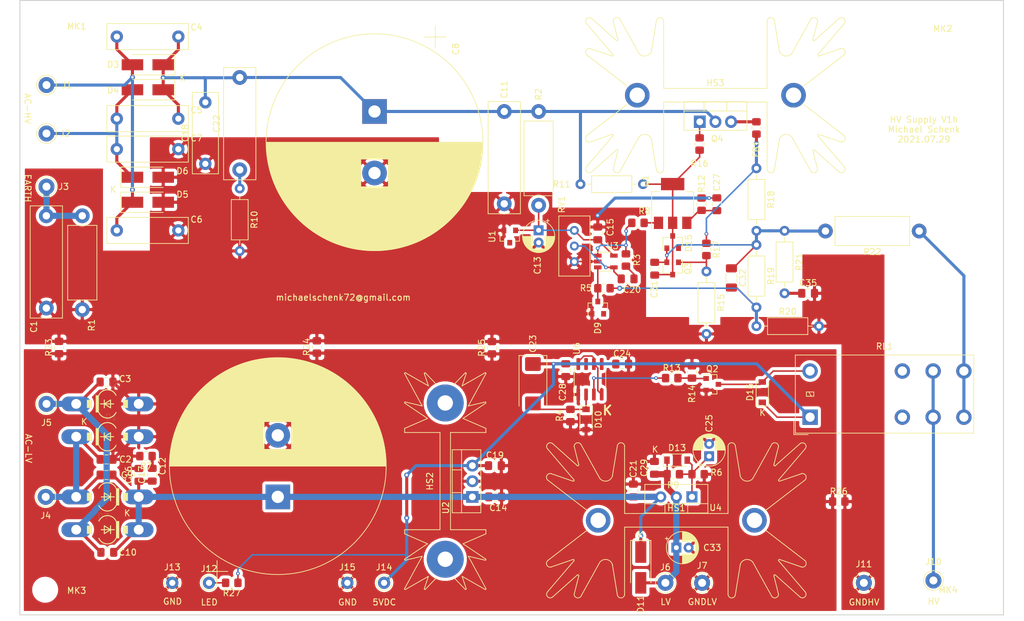
<source format=kicad_pcb>
(kicad_pcb (version 20171130) (host pcbnew "(5.1.10-0-10_14)")
  (layers (0 F.Cu signal) (31 B.Cu signal) (34 B.Paste user) (35 F.Paste user) (36 B.SilkS user) (37 F.SilkS user) (38 B.Mask user) (39 F.Mask user) (44 Edge.Cuts user))
  (net 0 "")
  (net 1 "Net-(C1-Pad1)")
  (net 2 "Net-(Q1-Pad1)")
  (net 3 "Net-(C5-Pad2)")
  (net 4 "Net-(C10-Pad1)")
  (net 5 GND_LV)
  (net 6 +5VDC)
  (net 7 "Net-(Q3-Pad1)")
  (net 8 GND_HV)
  (net 9 "Net-(Q2-Pad1)")
  (net 10 HV)
  (net 11 "Net-(C24-Pad1)")
  (net 12 "Net-(C27-Pad1)")
  (net 13 "Net-(FB1-Pad2)")
  (net 14 "Net-(FB1-Pad1)")
  (net 15 "Net-(Q4-Pad1)")
  (net 16 "Net-(C2-Pad1)")
  (net 17 "Net-(C10-Pad2)")
  (net 18 "Net-(C4-Pad2)")
  (net 19 "Net-(C11-Pad2)")
  (net 20 "Net-(C13-Pad1)")
  (net 21 "Net-(C20-Pad2)")
  (net 22 "Net-(C20-Pad1)")
  (net 23 "Net-(C23-Pad2)")
  (net 24 "Net-(C25-Pad1)")
  (net 25 "Net-(C29-Pad1)")
  (net 26 "Net-(C31-Pad2)")
  (net 27 "Net-(J10-Pad1)")
  (net 28 "Net-(J12-Pad1)")
  (net 29 "Net-(R3-Pad2)")
  (net 30 "Net-(R13-Pad1)")
  (net 31 "Net-(C31-Pad1)")
  (net 32 "Net-(C32-Pad2)")
  (net 33 "Net-(C35-Pad1)")
  (net 34 "Net-(D16-Pad2)")
  (net 35 "Net-(D9-Pad3)")
  (net 36 "Net-(C17-Pad2)")
  (net 37 "Net-(C22-Pad1)")
  (module Resistor_THT:R_Axial_DIN0207_L6.3mm_D2.5mm_P10.16mm_Horizontal (layer F.Cu) (at 90.805 75.6285 270)
    (fp_text reference R10 (at 5.08 -2.37 90) (layer F.SilkS))
    (fp_text value 1k/0.6W)
    (pad 2 thru_hole oval (at 10.16 0 270) (size 1.6 1.6) (drill 0.8) (layers *.Cu *.Mask) (net 8 GND_HV))
    (pad 1 thru_hole circle (at 0 0 270) (size 1.6 1.6) (drill 0.8) (layers *.Cu *.Mask) (net 37 "Net-(C22-Pad1)"))
  )
  (module Capacitor_THT:C_Rect_L18.0mm_W5.0mm_P15.00mm_FKS3_FKP3 (layer F.Cu) (at 90.805 72.5945 90)
    (fp_text reference C22 (at 7.5 -3.75 90) (layer F.SilkS))
    (fp_text value 100nF/630V)
    (pad 2 thru_hole circle (at 15 0 90) (size 2.4 2.4) (drill 1.2) (layers *.Cu *.Mask) (net 19 "Net-(C11-Pad2)"))
    (pad 1 thru_hole circle (at 0 0 90) (size 2.4 2.4) (drill 1.2) (layers *.Cu *.Mask) (net 37 "Net-(C22-Pad1)"))
  )
  (module Capacitor_THT:C_Rect_L13.0mm_W4.0mm_P10.00mm_FKS3_FKP3_MKS4 (layer F.Cu) (at 85.217 71.628 90)
    (fp_text reference C18 (at 5 -3.25 90) (layer F.SilkS))
    (fp_text value 10nF/630V)
    (pad 2 thru_hole circle (at 10 0 90) (size 2 2) (drill 1) (layers *.Cu *.Mask) (net 19 "Net-(C11-Pad2)"))
    (pad 1 thru_hole circle (at 0 0 90) (size 2 2) (drill 1) (layers *.Cu *.Mask) (net 8 GND_HV))
  )
  (module Resistor_SMD:R_0805_2012Metric_Pad1.20x1.40mm_HandSolder (layer F.Cu) (at 75.565 119.126 180)
    (fp_text reference R7 (at 0 -1.65) (layer F.SilkS))
    (fp_text value "1k 1/8W")
    (pad 2 smd roundrect (at 1 0 180) (size 1.2 1.4) (layers F.Cu F.Paste F.Mask) (roundrect_rratio 0.2083325) (net 5 GND_LV))
    (pad 1 smd roundrect (at -1 0 180) (size 1.2 1.4) (layers F.Cu F.Paste F.Mask) (roundrect_rratio 0.2083325) (net 36 "Net-(C17-Pad2)"))
  )
  (module Capacitor_SMD:C_0805_2012Metric_Pad1.18x1.45mm_HandSolder (layer F.Cu) (at 76.581 122.1525 90)
    (fp_text reference C17 (at 0 -1.68 90) (layer F.SilkS))
    (fp_text value 10nF/50V)
    (pad 2 smd roundrect (at 1.0375 0 90) (size 1.175 1.45) (layers F.Cu F.Paste F.Mask) (roundrect_rratio 0.2127659574468085) (net 36 "Net-(C17-Pad2)"))
    (pad 1 smd roundrect (at -1.0375 0 90) (size 1.175 1.45) (layers F.Cu F.Paste F.Mask) (roundrect_rratio 0.2127659574468085) (net 4 "Net-(C10-Pad1)"))
  )
  (module Capacitor_SMD:C_0805_2012Metric_Pad1.18x1.45mm_HandSolder (layer F.Cu) (at 74.422 122.174 90)
    (fp_text reference C16 (at 0 -1.68 90) (layer F.SilkS))
    (fp_text value 10nF/50V)
    (pad 2 smd roundrect (at 1.0375 0 90) (size 1.175 1.45) (layers F.Cu F.Paste F.Mask) (roundrect_rratio 0.2127659574468085) (net 5 GND_LV))
    (pad 1 smd roundrect (at -1.0375 0 90) (size 1.175 1.45) (layers F.Cu F.Paste F.Mask) (roundrect_rratio 0.2127659574468085) (net 4 "Net-(C10-Pad1)"))
  )
  (module Package_TO_SOT_SMD:SOT-223-3_TabPin2 (layer F.Cu) (at 161.163 78.0665 90)
    (fp_text reference Q1 (at 3.6445 -4.445 90) (layer F.SilkS))
    (fp_text value FQT1N60CTF)
    (pad 1 smd rect (at -3.15 -2.3 90) (size 2 1.5) (layers F.Cu F.Paste F.Mask) (net 2 "Net-(Q1-Pad1)"))
    (pad 3 smd rect (at -3.15 2.3 90) (size 2 1.5) (layers F.Cu F.Paste F.Mask) (net 12 "Net-(C27-Pad1)"))
    (pad 2 smd rect (at -3.15 0 90) (size 2 1.5) (layers F.Cu F.Paste F.Mask) (net 31 "Net-(C31-Pad1)"))
    (pad 2 smd rect (at 3.15 0 90) (size 2 3.8) (layers F.Cu F.Paste F.Mask) (net 31 "Net-(C31-Pad1)"))
  )
  (module Heatsink:Heatsink_Fischer_SK104-STC-STIC_35x13mm_2xDrill2.5mm (layer F.Cu) (at 124.206 123.19 90)
    (fp_text reference HS2 (at -0.025 -2.5 90) (layer F.SilkS))
    (fp_text value Heatsink)
    (pad 1 thru_hole circle (at -12.7 0 270) (size 6 6) (drill 2.5) (layers *.Cu *.Mask))
    (pad 1 thru_hole circle (at 12.7 0 90) (size 6 6) (drill 2.5) (layers *.Cu *.Mask))
  )
  (module Package_TO_SOT_SMD:SOT-23 (layer F.Cu) (at 161.1605 88.63 270)
    (fp_text reference Q3 (at 0 -2.5 90) (layer F.SilkS))
    (fp_text value MMBT3904-TP)
    (pad 3 smd rect (at 1 0 270) (size 0.9 0.8) (layers F.Cu F.Paste F.Mask) (net 31 "Net-(C31-Pad1)"))
    (pad 2 smd rect (at -1 0.95 270) (size 0.9 0.8) (layers F.Cu F.Paste F.Mask) (net 26 "Net-(C31-Pad2)"))
    (pad 1 smd rect (at -1 -0.95 270) (size 0.9 0.8) (layers F.Cu F.Paste F.Mask) (net 7 "Net-(Q3-Pad1)"))
  )
  (module Package_TO_SOT_SMD:SOT-23 (layer F.Cu) (at 167.602 107.465)
    (fp_text reference Q2 (at 0 -2.5) (layer F.SilkS))
    (fp_text value MMBT3904-TP)
    (pad 3 smd rect (at 1 0) (size 0.9 0.8) (layers F.Cu F.Paste F.Mask) (net 34 "Net-(D16-Pad2)"))
    (pad 2 smd rect (at -1 0.95) (size 0.9 0.8) (layers F.Cu F.Paste F.Mask) (net 5 GND_LV))
    (pad 1 smd rect (at -1 -0.95) (size 0.9 0.8) (layers F.Cu F.Paste F.Mask) (net 9 "Net-(Q2-Pad1)"))
  )
  (module Package_TO_SOT_SMD:TSOT-23-5 (layer F.Cu) (at 150.3064 87.5005)
    (fp_text reference U3 (at 1.0776 -2.5375) (layer F.SilkS))
    (fp_text value OPA188xxDBV)
    (pad 5 smd rect (at 1.31 -0.95) (size 1.22 0.65) (layers F.Cu F.Paste F.Mask) (net 20 "Net-(C13-Pad1)"))
    (pad 4 smd rect (at 1.31 0.95) (size 1.22 0.65) (layers F.Cu F.Paste F.Mask) (net 22 "Net-(C20-Pad1)"))
    (pad 3 smd rect (at -1.31 0.95) (size 1.22 0.65) (layers F.Cu F.Paste F.Mask) (net 35 "Net-(D9-Pad3)"))
    (pad 2 smd rect (at -1.31 0) (size 1.22 0.65) (layers F.Cu F.Paste F.Mask) (net 8 GND_HV))
    (pad 1 smd rect (at -1.31 -0.95) (size 1.22 0.65) (layers F.Cu F.Paste F.Mask) (net 29 "Net-(R3-Pad2)"))
  )
  (module Capacitor_THT:CP_Radial_D35.0mm_P10.00mm_SnapIn (layer F.Cu) (at 96.99 125.753 90)
    (fp_text reference C12 (at 5 -18.75 90) (layer F.SilkS))
    (fp_text value 22000uF/25V)
    (pad 2 thru_hole circle (at 10 0 90) (size 4 4) (drill 2) (layers *.Cu *.Mask) (net 5 GND_LV))
    (pad 1 thru_hole rect (at 0 0 90) (size 4 4) (drill 2) (layers *.Cu *.Mask) (net 4 "Net-(C10-Pad1)"))
  )
  (module Package_TO_SOT_THT:TO-220-3_Vertical (layer F.Cu) (at 128.613 125.753 90)
    (fp_text reference U2 (at -1.778 -4.318 90) (layer F.SilkS))
    (fp_text value LM7805_TO220)
    (pad 1 thru_hole rect (at 0 0 90) (size 1.905 2) (drill 1.1) (layers *.Cu *.Mask) (net 4 "Net-(C10-Pad1)"))
    (pad 2 thru_hole oval (at 2.54 0 90) (size 1.905 2) (drill 1.1) (layers *.Cu *.Mask) (net 5 GND_LV))
    (pad 3 thru_hole oval (at 5.08 0 90) (size 1.905 2) (drill 1.1) (layers *.Cu *.Mask) (net 6 +5VDC))
  )
  (module Heatsink:Heatsink_Fischer_SK129-STS_42x25mm_2xDrill2.5mm (layer F.Cu) (at 168.11 60.475)
    (fp_text reference HS3 (at 0 -2) (layer F.SilkS))
    (fp_text value Heatsink)
    (pad 1 thru_hole circle (at -12.7 0 180) (size 4 4) (drill 2.5) (layers *.Cu *.Mask))
    (pad 1 thru_hole circle (at 12.7 0) (size 4 4) (drill 2.5) (layers *.Cu *.Mask))
  )
  (module Heatsink:Heatsink_Fischer_SK129-STS_42x25mm_2xDrill2.5mm (layer F.Cu) (at 161.76 129.563)
    (fp_text reference HS1 (at 0 -2) (layer F.SilkS))
    (fp_text value Heatsink)
    (pad 1 thru_hole circle (at -12.7 0 180) (size 4 4) (drill 2.5) (layers *.Cu *.Mask))
    (pad 1 thru_hole circle (at 12.7 0) (size 4 4) (drill 2.5) (layers *.Cu *.Mask))
  )
  (module Diode_SMD:D_SMA_Handsoldering (layer F.Cu) (at 155.9815 137.223 270)
    (fp_text reference D11 (at 5.9695 0.0255 90) (layer F.SilkS))
    (fp_text value 1N4007)
    (pad 2 smd rect (at 2.5 0 270) (size 3.5 1.8) (layers F.Cu F.Paste F.Mask) (net 25 "Net-(C29-Pad1)"))
    (pad 1 smd rect (at -2.5 0 270) (size 3.5 1.8) (layers F.Cu F.Paste F.Mask) (net 4 "Net-(C10-Pad1)"))
  )
  (module Resistor_THT:R_Axial_DIN0414_L11.9mm_D4.5mm_P15.24mm_Horizontal (layer F.Cu) (at 201.2315 82.55 180)
    (fp_text reference R22 (at 7.62 -3.37) (layer F.SilkS))
    (fp_text value 330R2W)
    (pad 2 thru_hole oval (at 15.24 0 180) (size 2.4 2.4) (drill 1.2) (layers *.Cu *.Mask) (net 26 "Net-(C31-Pad2)"))
    (pad 1 thru_hole circle (at 0 0 180) (size 2.4 2.4) (drill 1.2) (layers *.Cu *.Mask) (net 10 HV))
  )
  (module kicad-snk:SOD64-10 (layer F.Cu) (at 69.304 110.64)
    (fp_text reference D2 (at 0.63569 -3.17845) (layer F.SilkS) (effects (font (size 1.001087 1.001087) (thickness 0.015))))
    (fp_text value BYV98-200)
    (pad 1 thru_hole oval (at -5.08 0) (size 4.8006 2.4003) (drill 1.6002) (layers *.Cu *.Mask) (net 17 "Net-(C10-Pad2)"))
    (pad 2 thru_hole oval (at 5.08 0) (size 4.8006 2.4003) (drill 1.6002) (layers *.Cu *.Mask) (net 5 GND_LV))
  )
  (module kicad-snk:SOD64-10 (layer F.Cu) (at 69.304 131.087 180)
    (fp_text reference D8 (at 0.63569 -3.17845) (layer F.SilkS) (effects (font (size 1.001087 1.001087) (thickness 0.015))))
    (fp_text value BYV98-200)
    (pad 1 thru_hole oval (at -5.08 0 180) (size 4.8006 2.4003) (drill 1.6002) (layers *.Cu *.Mask) (net 4 "Net-(C10-Pad1)"))
    (pad 2 thru_hole oval (at 5.08 0 180) (size 4.8006 2.4003) (drill 1.6002) (layers *.Cu *.Mask) (net 17 "Net-(C10-Pad2)"))
  )
  (module kicad-snk:SOD64-10 (layer F.Cu) (at 69.304 125.753 180)
    (fp_text reference D7 (at 0.63569 -3.17845) (layer F.SilkS) (effects (font (size 1.001087 1.001087) (thickness 0.015))))
    (fp_text value BYV98-200)
    (pad 1 thru_hole oval (at -5.08 0 180) (size 4.8006 2.4003) (drill 1.6002) (layers *.Cu *.Mask) (net 4 "Net-(C10-Pad1)"))
    (pad 2 thru_hole oval (at 5.08 0 180) (size 4.8006 2.4003) (drill 1.6002) (layers *.Cu *.Mask) (net 16 "Net-(C2-Pad1)"))
  )
  (module kicad-snk:SOD64-10 (layer F.Cu) (at 69.304 115.974)
    (fp_text reference D1 (at 0.63569 -3.17845) (layer F.SilkS) (effects (font (size 1.001087 1.001087) (thickness 0.015))))
    (fp_text value BYV98-200)
    (pad 1 thru_hole oval (at -5.08 0) (size 4.8006 2.4003) (drill 1.6002) (layers *.Cu *.Mask) (net 16 "Net-(C2-Pad1)"))
    (pad 2 thru_hole oval (at 5.08 0) (size 4.8006 2.4003) (drill 1.6002) (layers *.Cu *.Mask) (net 5 GND_LV))
  )
  (module Diode_SMD:D_SOD-123 (layer F.Cu) (at 161.886 119.784)
    (fp_text reference D13 (at 0 -2) (layer F.SilkS))
    (fp_text value 1N4148W)
    (pad 2 smd rect (at 1.65 0) (size 0.9 1.2) (layers F.Cu F.Paste F.Mask) (net 24 "Net-(C25-Pad1)"))
    (pad 1 smd rect (at -1.65 0) (size 0.9 1.2) (layers F.Cu F.Paste F.Mask) (net 25 "Net-(C29-Pad1)"))
  )
  (module Capacitor_THT:CP_Radial_D5.0mm_P2.00mm (layer F.Cu) (at 167.094 119.149 90)
    (fp_text reference C25 (at 5.334 0 90) (layer F.SilkS))
    (fp_text value 10uF/25V)
    (pad 2 thru_hole circle (at 2 0 90) (size 1.6 1.6) (drill 0.8) (layers *.Cu *.Mask) (net 5 GND_LV))
    (pad 1 thru_hole rect (at 0 0 90) (size 1.6 1.6) (drill 0.8) (layers *.Cu *.Mask) (net 24 "Net-(C25-Pad1)"))
  )
  (module Resistor_SMD:R_0805_2012Metric_Pad1.20x1.40mm_HandSolder (layer F.Cu) (at 61.43 101.48 90)
    (fp_text reference R23 (at 0 -1.65 90) (layer F.SilkS))
    (fp_text value 1R/0.5W)
    (pad 2 smd roundrect (at 1 0 90) (size 1.2 1.4) (layers F.Cu F.Paste F.Mask) (roundrect_rratio 0.2083325) (net 8 GND_HV))
    (pad 1 smd roundrect (at -1 0 90) (size 1.2 1.4) (layers F.Cu F.Paste F.Mask) (roundrect_rratio 0.2083325) (net 5 GND_LV))
  )
  (module Resistor_THT:R_Axial_DIN0414_L11.9mm_D4.5mm_P15.24mm_Horizontal (layer F.Cu) (at 65.2145 80.0735 270)
    (fp_text reference R1 (at 17.78 -1.524 90) (layer F.SilkS))
    (fp_text value 100R/2W)
    (pad 2 thru_hole oval (at 15.24 0 270) (size 2.4 2.4) (drill 1.2) (layers *.Cu *.Mask) (net 8 GND_HV))
    (pad 1 thru_hole circle (at 0 0 270) (size 2.4 2.4) (drill 1.2) (layers *.Cu *.Mask) (net 1 "Net-(C1-Pad1)"))
  )
  (module Diode_SMD:D_SMA_Handsoldering (layer F.Cu) (at 75.868 59.586 180)
    (fp_text reference D4 (at 5.637 -0.104) (layer F.SilkS))
    (fp_text value BYG20J)
    (pad 2 smd rect (at 2.5 0 180) (size 3.5 1.8) (layers F.Cu F.Paste F.Mask) (net 3 "Net-(C5-Pad2)"))
    (pad 1 smd rect (at -2.5 0 180) (size 3.5 1.8) (layers F.Cu F.Paste F.Mask) (net 19 "Net-(C11-Pad2)"))
  )
  (module Diode_SMD:D_SMA_Handsoldering (layer F.Cu) (at 75.868 73.81)
    (fp_text reference D6 (at 5.628 -1.016) (layer F.SilkS))
    (fp_text value BYG20J)
    (pad 2 smd rect (at 2.5 0) (size 3.5 1.8) (layers F.Cu F.Paste F.Mask) (net 8 GND_HV))
    (pad 1 smd rect (at -2.5 0) (size 3.5 1.8) (layers F.Cu F.Paste F.Mask) (net 3 "Net-(C5-Pad2)"))
  )
  (module Diode_SMD:D_SMA_Handsoldering (layer F.Cu) (at 75.868 77.874)
    (fp_text reference D5 (at 5.628 -1.27) (layer F.SilkS))
    (fp_text value BYG20J)
    (pad 2 smd rect (at 2.5 0) (size 3.5 1.8) (layers F.Cu F.Paste F.Mask) (net 8 GND_HV))
    (pad 1 smd rect (at -2.5 0) (size 3.5 1.8) (layers F.Cu F.Paste F.Mask) (net 18 "Net-(C4-Pad2)"))
  )
  (module Diode_SMD:D_SMA_Handsoldering (layer F.Cu) (at 75.868 55.522 180)
    (fp_text reference D3 (at 5.637 0.023) (layer F.SilkS))
    (fp_text value BYG20J)
    (pad 2 smd rect (at 2.5 0 180) (size 3.5 1.8) (layers F.Cu F.Paste F.Mask) (net 18 "Net-(C4-Pad2)"))
    (pad 1 smd rect (at -2.5 0 180) (size 3.5 1.8) (layers F.Cu F.Paste F.Mask) (net 19 "Net-(C11-Pad2)"))
  )
  (module Capacitor_THT:C_Rect_L13.0mm_W4.0mm_P10.00mm_FKS3_FKP3_MKS4 (layer F.Cu) (at 80.828 69.238 180)
    (fp_text reference C7 (at -2.954 1.778) (layer F.SilkS))
    (fp_text value 10nF/630V)
    (pad 2 thru_hole circle (at 10 0 180) (size 2 2) (drill 1) (layers *.Cu *.Mask) (net 3 "Net-(C5-Pad2)"))
    (pad 1 thru_hole circle (at 0 0 180) (size 2 2) (drill 1) (layers *.Cu *.Mask) (net 8 GND_HV))
  )
  (module Capacitor_THT:C_Rect_L13.0mm_W4.0mm_P10.00mm_FKS3_FKP3_MKS4 (layer F.Cu) (at 80.828 82.446 180)
    (fp_text reference C6 (at -2.954 1.778) (layer F.SilkS))
    (fp_text value 10nF/630V)
    (pad 2 thru_hole circle (at 10 0 180) (size 2 2) (drill 1) (layers *.Cu *.Mask) (net 18 "Net-(C4-Pad2)"))
    (pad 1 thru_hole circle (at 0 0 180) (size 2 2) (drill 1) (layers *.Cu *.Mask) (net 8 GND_HV))
  )
  (module Capacitor_THT:C_Rect_L13.0mm_W4.0mm_P10.00mm_FKS3_FKP3_MKS4 (layer F.Cu) (at 80.828 64.285 180)
    (fp_text reference C5 (at -2.954 1.397) (layer F.SilkS))
    (fp_text value 10nF/630V)
    (pad 2 thru_hole circle (at 10 0 180) (size 2 2) (drill 1) (layers *.Cu *.Mask) (net 3 "Net-(C5-Pad2)"))
    (pad 1 thru_hole circle (at 0 0 180) (size 2 2) (drill 1) (layers *.Cu *.Mask) (net 19 "Net-(C11-Pad2)"))
  )
  (module Capacitor_THT:C_Rect_L13.0mm_W4.0mm_P10.00mm_FKS3_FKP3_MKS4 (layer F.Cu) (at 80.828 50.95 180)
    (fp_text reference C4 (at -2.954 1.524) (layer F.SilkS))
    (fp_text value 10nF/630V)
    (pad 2 thru_hole circle (at 10 0 180) (size 2 2) (drill 1) (layers *.Cu *.Mask) (net 18 "Net-(C4-Pad2)"))
    (pad 1 thru_hole circle (at 0 0 180) (size 2 2) (drill 1) (layers *.Cu *.Mask) (net 19 "Net-(C11-Pad2)"))
  )
  (module Package_SO:SOIC-8_3.9x4.9mm_P1.27mm (layer F.Cu) (at 147.7265 106.638 90)
    (fp_text reference U6 (at 5.015 -2.159 90) (layer F.SilkS))
    (fp_text value TLC555CDR)
    (pad 8 smd roundrect (at 2.475 -1.905 90) (size 1.95 0.6) (layers F.Cu F.Paste F.Mask) (net 6 +5VDC))
    (pad 7 smd roundrect (at 2.475 -0.635 90) (size 1.95 0.6) (layers F.Cu F.Paste F.Mask))
    (pad 6 smd roundrect (at 2.475 0.635 90) (size 1.95 0.6) (layers F.Cu F.Paste F.Mask) (net 6 +5VDC))
    (pad 5 smd roundrect (at 2.475 1.905 90) (size 1.95 0.6) (layers F.Cu F.Paste F.Mask) (net 11 "Net-(C24-Pad1)"))
    (pad 4 smd roundrect (at -2.475 1.905 90) (size 1.95 0.6) (layers F.Cu F.Paste F.Mask) (net 6 +5VDC))
    (pad 3 smd roundrect (at -2.475 0.635 90) (size 1.95 0.6) (layers F.Cu F.Paste F.Mask) (net 30 "Net-(R13-Pad1)"))
    (pad 2 smd roundrect (at -2.475 -0.635 90) (size 1.95 0.6) (layers F.Cu F.Paste F.Mask) (net 23 "Net-(C23-Pad2)"))
    (pad 1 smd roundrect (at -2.475 -1.905 90) (size 1.95 0.6) (layers F.Cu F.Paste F.Mask) (net 5 GND_LV))
  )
  (module Resistor_SMD:R_0805_2012Metric_Pad1.20x1.40mm_HandSolder (layer F.Cu) (at 165.5445 68.4055 90)
    (fp_text reference R16 (at -3.168 -0.0255) (layer F.SilkS))
    (fp_text value "100R 1/8W")
    (pad 2 smd roundrect (at 1 0 90) (size 1.2 1.4) (layers F.Cu F.Paste F.Mask) (roundrect_rratio 0.2083325) (net 15 "Net-(Q4-Pad1)"))
    (pad 1 smd roundrect (at -1 0 90) (size 1.2 1.4) (layers F.Cu F.Paste F.Mask) (roundrect_rratio 0.2083325) (net 31 "Net-(C31-Pad1)"))
  )
  (module Resistor_THT:R_Axial_DIN0207_L6.3mm_D2.5mm_P10.16mm_Horizontal (layer F.Cu) (at 166.6495 89.1135 270)
    (fp_text reference R15 (at 5.08 -2.37 90) (layer F.SilkS))
    (fp_text value 330k/0.6W)
    (pad 2 thru_hole oval (at 10.16 0 270) (size 1.6 1.6) (drill 0.8) (layers *.Cu *.Mask) (net 8 GND_HV))
    (pad 1 thru_hole circle (at 0 0 270) (size 1.6 1.6) (drill 0.8) (layers *.Cu *.Mask) (net 7 "Net-(Q3-Pad1)"))
  )
  (module Resistor_THT:R_Axial_DIN0207_L6.3mm_D2.5mm_P10.16mm_Horizontal (layer F.Cu) (at 146.177 74.93)
    (fp_text reference R11 (at -3.048 0) (layer F.SilkS))
    (fp_text value 470k/0.6W)
    (pad 2 thru_hole oval (at 10.16 0) (size 1.6 1.6) (drill 0.8) (layers *.Cu *.Mask) (net 31 "Net-(C31-Pad1)"))
    (pad 1 thru_hole circle (at 0 0) (size 1.6 1.6) (drill 0.8) (layers *.Cu *.Mask) (net 19 "Net-(C11-Pad2)"))
  )
  (module Resistor_THT:R_Axial_DIN0207_L6.3mm_D2.5mm_P10.16mm_Horizontal (layer F.Cu) (at 174.7775 72.3495 270)
    (fp_text reference R18 (at 5.08 -2.37 90) (layer F.SilkS))
    (fp_text value 47R/0.6W)
    (pad 2 thru_hole oval (at 10.16 0 270) (size 1.6 1.6) (drill 0.8) (layers *.Cu *.Mask) (net 26 "Net-(C31-Pad2)"))
    (pad 1 thru_hole circle (at 0 0 270) (size 1.6 1.6) (drill 0.8) (layers *.Cu *.Mask) (net 13 "Net-(FB1-Pad2)"))
  )
  (module Resistor_SMD:R_0805_2012Metric_Pad1.20x1.40mm_HandSolder (layer F.Cu) (at 174.7775 65.793 270)
    (fp_text reference FB1 (at 3.422 0.0255 90) (layer F.SilkS))
    (fp_text value 600R@100MHz)
    (pad 2 smd roundrect (at 1 0 270) (size 1.2 1.4) (layers F.Cu F.Paste F.Mask) (roundrect_rratio 0.2083325) (net 13 "Net-(FB1-Pad2)"))
    (pad 1 smd roundrect (at -1 0 270) (size 1.2 1.4) (layers F.Cu F.Paste F.Mask) (roundrect_rratio 0.2083325) (net 14 "Net-(FB1-Pad1)"))
  )
  (module Capacitor_SMD:C_1206_3216Metric_Pad1.33x1.80mm_HandSolder (layer F.Cu) (at 170.7135 90.168 270)
    (fp_text reference C32 (at 0 -1.85 90) (layer F.SilkS))
    (fp_text value 10pF/500V)
    (pad 2 smd roundrect (at 1.5625 0 270) (size 1.325 1.8) (layers F.Cu F.Paste F.Mask) (roundrect_rratio 0.1886769811320755) (net 32 "Net-(C32-Pad2)"))
    (pad 1 smd roundrect (at -1.5625 0 270) (size 1.325 1.8) (layers F.Cu F.Paste F.Mask) (roundrect_rratio 0.1886769811320755) (net 26 "Net-(C31-Pad2)"))
  )
  (module Capacitor_SMD:C_0805_2012Metric_Pad1.18x1.45mm_HandSolder (layer F.Cu) (at 183.181 92.6695)
    (fp_text reference C35 (at 0 -1.68) (layer F.SilkS))
    (fp_text value 470pF/500V)
    (pad 2 smd roundrect (at 1.0375 0) (size 1.175 1.45) (layers F.Cu F.Paste F.Mask) (roundrect_rratio 0.2127659574468085) (net 8 GND_HV))
    (pad 1 smd roundrect (at -1.0375 0) (size 1.175 1.45) (layers F.Cu F.Paste F.Mask) (roundrect_rratio 0.2127659574468085) (net 33 "Net-(C35-Pad1)"))
  )
  (module Package_TO_SOT_THT:TO-220-3_Vertical (layer F.Cu) (at 165.57 64.793)
    (fp_text reference Q4 (at 2.832 2.771) (layer F.SilkS))
    (fp_text value IRF840)
    (pad 3 thru_hole oval (at 5.08 0) (size 1.905 2) (drill 1.1) (layers *.Cu *.Mask) (net 14 "Net-(FB1-Pad1)"))
    (pad 2 thru_hole oval (at 2.54 0) (size 1.905 2) (drill 1.1) (layers *.Cu *.Mask) (net 19 "Net-(C11-Pad2)"))
    (pad 1 thru_hole rect (at 0 0) (size 1.905 2) (drill 1.1) (layers *.Cu *.Mask) (net 15 "Net-(Q4-Pad1)"))
  )
  (module Resistor_SMD:R_0805_2012Metric_Pad1.20x1.40mm_HandSolder (layer F.Cu) (at 188.16 126.515)
    (fp_text reference R26 (at 0 -1.65) (layer F.SilkS))
    (fp_text value 1R/0.5W)
    (pad 2 smd roundrect (at 1 0) (size 1.2 1.4) (layers F.Cu F.Paste F.Mask) (roundrect_rratio 0.2083325) (net 8 GND_HV))
    (pad 1 smd roundrect (at -1 0) (size 1.2 1.4) (layers F.Cu F.Paste F.Mask) (roundrect_rratio 0.2083325) (net 5 GND_LV))
  )
  (module Resistor_SMD:R_0805_2012Metric_Pad1.20x1.40mm_HandSolder (layer F.Cu) (at 131.788 101.512 90)
    (fp_text reference R25 (at 0 -1.65 90) (layer F.SilkS))
    (fp_text value 1R/0.5W)
    (pad 2 smd roundrect (at 1 0 90) (size 1.2 1.4) (layers F.Cu F.Paste F.Mask) (roundrect_rratio 0.2083325) (net 8 GND_HV))
    (pad 1 smd roundrect (at -1 0 90) (size 1.2 1.4) (layers F.Cu F.Paste F.Mask) (roundrect_rratio 0.2083325) (net 5 GND_LV))
  )
  (module Resistor_SMD:R_0805_2012Metric_Pad1.20x1.40mm_HandSolder (layer F.Cu) (at 103.34 101.385 90)
    (fp_text reference R24 (at 0 -1.65 90) (layer F.SilkS))
    (fp_text value 1R/0.5W)
    (pad 2 smd roundrect (at 1 0 90) (size 1.2 1.4) (layers F.Cu F.Paste F.Mask) (roundrect_rratio 0.2083325) (net 8 GND_HV))
    (pad 1 smd roundrect (at -1 0 90) (size 1.2 1.4) (layers F.Cu F.Paste F.Mask) (roundrect_rratio 0.2083325) (net 5 GND_LV))
  )
  (module Resistor_SMD:R_0805_2012Metric_Pad1.20x1.40mm_HandSolder (layer F.Cu) (at 166.6495 85.5415 270)
    (fp_text reference R17 (at 0 -1.65 90) (layer F.SilkS))
    (fp_text value 3k3,1/8W)
    (pad 2 smd roundrect (at 1 0 270) (size 1.2 1.4) (layers F.Cu F.Paste F.Mask) (roundrect_rratio 0.2083325) (net 7 "Net-(Q3-Pad1)"))
    (pad 1 smd roundrect (at -1 0 270) (size 1.2 1.4) (layers F.Cu F.Paste F.Mask) (roundrect_rratio 0.2083325) (net 13 "Net-(FB1-Pad2)"))
  )
  (module Resistor_SMD:R_0805_2012Metric_Pad1.20x1.40mm_HandSolder (layer F.Cu) (at 161.268 122.07)
    (fp_text reference R9 (at -0.016 1.778) (layer F.SilkS))
    (fp_text value "240R 1/8W")
    (pad 2 smd roundrect (at 1 0) (size 1.2 1.4) (layers F.Cu F.Paste F.Mask) (roundrect_rratio 0.2083325) (net 24 "Net-(C25-Pad1)"))
    (pad 1 smd roundrect (at -1 0) (size 1.2 1.4) (layers F.Cu F.Paste F.Mask) (roundrect_rratio 0.2083325) (net 25 "Net-(C29-Pad1)"))
  )
  (module Resistor_SMD:R_0805_2012Metric_Pad1.20x1.40mm_HandSolder (layer F.Cu) (at 165.3 122.07)
    (fp_text reference R6 (at 2.975 -0.277) (layer F.SilkS))
    (fp_text value "976R 1/8W")
    (pad 2 smd roundrect (at 1 0) (size 1.2 1.4) (layers F.Cu F.Paste F.Mask) (roundrect_rratio 0.2083325) (net 5 GND_LV))
    (pad 1 smd roundrect (at -1 0) (size 1.2 1.4) (layers F.Cu F.Paste F.Mask) (roundrect_rratio 0.2083325) (net 24 "Net-(C25-Pad1)"))
  )
  (module Resistor_SMD:R_0805_2012Metric_Pad1.20x1.40mm_HandSolder (layer F.Cu) (at 89.513 139.723 180)
    (fp_text reference R27 (at 0 -1.65) (layer F.SilkS))
    (fp_text value "470R 1/8W")
    (pad 2 smd roundrect (at 1 0 180) (size 1.2 1.4) (layers F.Cu F.Paste F.Mask) (roundrect_rratio 0.2083325) (net 28 "Net-(J12-Pad1)"))
    (pad 1 smd roundrect (at -1 0 180) (size 1.2 1.4) (layers F.Cu F.Paste F.Mask) (roundrect_rratio 0.2083325) (net 6 +5VDC))
  )
  (module Resistor_SMD:R_0805_2012Metric_Pad1.20x1.40mm_HandSolder (layer F.Cu) (at 164.3 105.449 270)
    (fp_text reference R14 (at 3.572 0 90) (layer F.SilkS))
    (fp_text value "2.49k 1/8W")
    (pad 2 smd roundrect (at 1 0 270) (size 1.2 1.4) (layers F.Cu F.Paste F.Mask) (roundrect_rratio 0.2083325) (net 9 "Net-(Q2-Pad1)"))
    (pad 1 smd roundrect (at -1 0 270) (size 1.2 1.4) (layers F.Cu F.Paste F.Mask) (roundrect_rratio 0.2083325) (net 5 GND_LV))
  )
  (module Resistor_SMD:R_0805_2012Metric_Pad1.20x1.40mm_HandSolder (layer F.Cu) (at 161.014 106.449)
    (fp_text reference R13 (at 0 -1.65) (layer F.SilkS))
    (fp_text value "2.49k 1/8W")
    (pad 2 smd roundrect (at 1 0) (size 1.2 1.4) (layers F.Cu F.Paste F.Mask) (roundrect_rratio 0.2083325) (net 9 "Net-(Q2-Pad1)"))
    (pad 1 smd roundrect (at -1 0) (size 1.2 1.4) (layers F.Cu F.Paste F.Mask) (roundrect_rratio 0.2083325) (net 30 "Net-(R13-Pad1)"))
  )
  (module Resistor_SMD:R_0805_2012Metric_Pad1.20x1.40mm_HandSolder (layer F.Cu) (at 144.5515 112.529 270)
    (fp_text reference R4 (at 0.016 1.778 90) (layer F.SilkS))
    (fp_text value "1Meg 1/8W")
    (pad 2 smd roundrect (at 1 0 270) (size 1.2 1.4) (layers F.Cu F.Paste F.Mask) (roundrect_rratio 0.2083325) (net 5 GND_LV))
    (pad 1 smd roundrect (at -1 0 270) (size 1.2 1.4) (layers F.Cu F.Paste F.Mask) (roundrect_rratio 0.2083325) (net 23 "Net-(C23-Pad2)"))
  )
  (module Capacitor_SMD:C_0805_2012Metric_Pad1.18x1.45mm_HandSolder (layer F.Cu) (at 158.204 121.0325 90)
    (fp_text reference C29 (at 0 -1.68 90) (layer F.SilkS))
    (fp_text value 100nF/50V)
    (pad 2 smd roundrect (at 1.0375 0 90) (size 1.175 1.45) (layers F.Cu F.Paste F.Mask) (roundrect_rratio 0.2127659574468085) (net 5 GND_LV))
    (pad 1 smd roundrect (at -1.0375 0 90) (size 1.175 1.45) (layers F.Cu F.Paste F.Mask) (roundrect_rratio 0.2127659574468085) (net 25 "Net-(C29-Pad1)"))
  )
  (module Capacitor_SMD:C_0805_2012Metric_Pad1.18x1.45mm_HandSolder (layer F.Cu) (at 154.775 124.7155 90)
    (fp_text reference C21 (at 3.5345 0 90) (layer F.SilkS))
    (fp_text value 100nF/50V)
    (pad 2 smd roundrect (at 1.0375 0 90) (size 1.175 1.45) (layers F.Cu F.Paste F.Mask) (roundrect_rratio 0.2127659574468085) (net 5 GND_LV))
    (pad 1 smd roundrect (at -1.0375 0 90) (size 1.175 1.45) (layers F.Cu F.Paste F.Mask) (roundrect_rratio 0.2127659574468085) (net 4 "Net-(C10-Pad1)"))
  )
  (module Capacitor_SMD:C_0805_2012Metric_Pad1.18x1.45mm_HandSolder (layer F.Cu) (at 143.7895 105.1575 270)
    (fp_text reference C28 (at 3.5775 0.508 90) (layer F.SilkS))
    (fp_text value 100nF/50V)
    (pad 2 smd roundrect (at 1.0375 0 270) (size 1.175 1.45) (layers F.Cu F.Paste F.Mask) (roundrect_rratio 0.2127659574468085) (net 5 GND_LV))
    (pad 1 smd roundrect (at -1.0375 0 270) (size 1.175 1.45) (layers F.Cu F.Paste F.Mask) (roundrect_rratio 0.2127659574468085) (net 6 +5VDC))
  )
  (module Capacitor_SMD:C_0805_2012Metric_Pad1.18x1.45mm_HandSolder (layer F.Cu) (at 152.955 104.163)
    (fp_text reference C24 (at 0 -1.68) (layer F.SilkS))
    (fp_text value 100nF/50V)
    (pad 2 smd roundrect (at 1.0375 0) (size 1.175 1.45) (layers F.Cu F.Paste F.Mask) (roundrect_rratio 0.2127659574468085) (net 5 GND_LV))
    (pad 1 smd roundrect (at -1.0375 0) (size 1.175 1.45) (layers F.Cu F.Paste F.Mask) (roundrect_rratio 0.2127659574468085) (net 11 "Net-(C24-Pad1)"))
  )
  (module Capacitor_SMD:C_0805_2012Metric_Pad1.18x1.45mm_HandSolder (layer F.Cu) (at 132.2745 120.673)
    (fp_text reference C19 (at 0 -1.68) (layer F.SilkS))
    (fp_text value 100nF/50V)
    (pad 1 smd roundrect (at -1.0375 0) (size 1.175 1.45) (layers F.Cu F.Paste F.Mask) (roundrect_rratio 0.2127659574468085) (net 6 +5VDC))
    (pad 2 smd roundrect (at 1.0375 0) (size 1.175 1.45) (layers F.Cu F.Paste F.Mask) (roundrect_rratio 0.2127659574468085) (net 5 GND_LV))
  )
  (module Capacitor_SMD:C_0805_2012Metric_Pad1.18x1.45mm_HandSolder (layer F.Cu) (at 132.3175 125.753)
    (fp_text reference C14 (at 0.508 1.778) (layer F.SilkS))
    (fp_text value 330nF/50V)
    (pad 1 smd roundrect (at -1.0375 0) (size 1.175 1.45) (layers F.Cu F.Paste F.Mask) (roundrect_rratio 0.2127659574468085) (net 4 "Net-(C10-Pad1)"))
    (pad 2 smd roundrect (at 1.0375 0) (size 1.175 1.45) (layers F.Cu F.Paste F.Mask) (roundrect_rratio 0.2127659574468085) (net 5 GND_LV))
  )
  (module Connector_Pin:Pin_D1.3mm_L11.0mm (layer F.Cu) (at 165.951 139.723)
    (fp_text reference J7 (at 0 -2.794) (layer F.SilkS))
    (fp_text value GND_LV1)
    (pad 1 thru_hole circle (at 0 0) (size 2.6 2.6) (drill 1.3) (layers *.Cu *.Mask) (net 5 GND_LV))
  )
  (module Connector_Pin:Pin_D1.3mm_L11.0mm (layer F.Cu) (at 159.982 139.723)
    (fp_text reference J6 (at 0 -2.54) (layer F.SilkS))
    (fp_text value LV1)
    (pad 1 thru_hole circle (at 0 0) (size 2.6 2.6) (drill 1.3) (layers *.Cu *.Mask) (net 25 "Net-(C29-Pad1)"))
  )
  (module Connector_Pin:Pin_D1.3mm_L11.0mm (layer F.Cu) (at 59.398 110.64)
    (fp_text reference J5 (at 0 3.048) (layer F.SilkS))
    (fp_text value AC-LV)
    (pad 1 thru_hole circle (at 0 0) (size 2.6 2.6) (drill 1.3) (layers *.Cu *.Mask) (net 17 "Net-(C10-Pad2)"))
  )
  (module Connector_Pin:Pin_D1.3mm_L11.0mm (layer F.Cu) (at 59.271 125.753)
    (fp_text reference J4 (at 0 3.048) (layer F.SilkS))
    (fp_text value AC-LV)
    (pad 1 thru_hole circle (at 0 0) (size 2.6 2.6) (drill 1.3) (layers *.Cu *.Mask) (net 16 "Net-(C2-Pad1)"))
  )
  (module Connector_Pin:Pin_D1.3mm_L11.0mm (layer F.Cu) (at 59.398 75.334)
    (fp_text reference J3 (at 2.794 0) (layer F.SilkS))
    (fp_text value EARTH)
    (pad 1 thru_hole circle (at 0 0) (size 2.6 2.6) (drill 1.3) (layers *.Cu *.Mask) (net 1 "Net-(C1-Pad1)"))
  )
  (module Connector_Pin:Pin_D1.3mm_L11.0mm (layer F.Cu) (at 59.398 66.698)
    (fp_text reference J2 (at 3.048 0) (layer F.SilkS))
    (fp_text value AC-HV)
    (pad 1 thru_hole circle (at 0 0) (size 2.6 2.6) (drill 1.3) (layers *.Cu *.Mask) (net 3 "Net-(C5-Pad2)"))
  )
  (module Connector_Pin:Pin_D1.3mm_L11.0mm (layer F.Cu) (at 59.398 58.824)
    (fp_text reference J1 (at 3.302 0) (layer F.SilkS))
    (fp_text value AC-HV)
    (pad 1 thru_hole circle (at 0 0) (size 2.6 2.6) (drill 1.3) (layers *.Cu *.Mask) (net 18 "Net-(C4-Pad2)"))
  )
  (module Capacitor_THT:CP_Radial_D5.0mm_P2.00mm (layer F.Cu) (at 161.76 134.008)
    (fp_text reference C33 (at 5.842 0) (layer F.SilkS))
    (fp_text value 1uF/25V)
    (pad 2 thru_hole circle (at 2 0) (size 1.6 1.6) (drill 0.8) (layers *.Cu *.Mask) (net 5 GND_LV))
    (pad 1 thru_hole rect (at 0 0) (size 1.6 1.6) (drill 0.8) (layers *.Cu *.Mask) (net 25 "Net-(C29-Pad1)"))
  )
  (module Capacitor_Tantalum_SMD:CP_EIA-7343-31_Kemet-D_Pad2.25x2.55mm_HandSolder (layer F.Cu) (at 138.4555 107.363 270)
    (fp_text reference C23 (at -6.502 0 90) (layer F.SilkS))
    (fp_text value 15uF/25V)
    (pad 2 smd roundrect (at 3.2 0 270) (size 2.25 2.55) (layers F.Cu F.Paste F.Mask) (roundrect_rratio 0.1111106666666667) (net 23 "Net-(C23-Pad2)"))
    (pad 1 smd roundrect (at -3.2 0 270) (size 2.25 2.55) (layers F.Cu F.Paste F.Mask) (roundrect_rratio 0.1111106666666667) (net 6 +5VDC))
  )
  (module Package_TO_SOT_SMD:SOT-23 (layer F.Cu) (at 134.6835 83.439 270)
    (fp_text reference U1 (at 0 2.86 90) (layer F.SilkS))
    (fp_text value LM4040DBZ-10)
    (pad 3 smd rect (at 1 0 270) (size 0.9 0.8) (layers F.Cu F.Paste F.Mask))
    (pad 2 smd rect (at -1 0.95 270) (size 0.9 0.8) (layers F.Cu F.Paste F.Mask) (net 8 GND_HV))
    (pad 1 smd rect (at -1 -0.95 270) (size 0.9 0.8) (layers F.Cu F.Paste F.Mask) (net 20 "Net-(C13-Pad1)"))
  )
  (module Potentiometer_THT:Potentiometer_Bourns_3296W_Vertical (layer F.Cu) (at 145.1865 82.446 90)
    (fp_text reference RV1 (at 4.214 -2.0575 90) (layer F.SilkS))
    (fp_text value 100k)
    (pad 3 thru_hole circle (at -5.08 0 90) (size 1.44 1.44) (drill 0.8) (layers *.Cu *.Mask) (net 8 GND_HV))
    (pad 2 thru_hole circle (at -2.54 0 90) (size 1.44 1.44) (drill 0.8) (layers *.Cu *.Mask) (net 22 "Net-(C20-Pad1)"))
    (pad 1 thru_hole circle (at 0 0 90) (size 1.44 1.44) (drill 0.8) (layers *.Cu *.Mask) (net 20 "Net-(C13-Pad1)"))
  )
  (module Relay_THT:Relay_DPDT_Omron_G2RL (layer F.Cu) (at 183.496 112.799)
    (fp_text reference RL1 (at 12.1 -11.5 180) (layer F.SilkS))
    (fp_text value G2RL-2-DC5)
    (pad 8 thru_hole oval (at 0 -7.5 90) (size 2.5 2.5) (drill 1.5) (layers *.Cu *.Mask) (net 34 "Net-(D16-Pad2)"))
    (pad 7 thru_hole oval (at 15 -7.5 90) (size 2.5 2.5) (drill 1.5) (layers *.Cu *.Mask))
    (pad 6 thru_hole oval (at 20 -7.5 90) (size 2.5 2.5) (drill 1.5) (layers *.Cu *.Mask) (net 27 "Net-(J10-Pad1)"))
    (pad 5 thru_hole oval (at 25 -7.5 90) (size 2.5 2.5) (drill 1.5) (layers *.Cu *.Mask) (net 10 HV))
    (pad 4 thru_hole oval (at 25 0 90) (size 2.5 2.5) (drill 1.5) (layers *.Cu *.Mask) (net 10 HV))
    (pad 3 thru_hole oval (at 20 0 90) (size 2.5 2.5) (drill 1.5) (layers *.Cu *.Mask) (net 27 "Net-(J10-Pad1)"))
    (pad 2 thru_hole oval (at 15 0 90) (size 2.5 2.5) (drill 1.5) (layers *.Cu *.Mask))
    (pad 1 thru_hole rect (at 0 0 90) (size 2.5 2.5) (drill 1.5) (layers *.Cu *.Mask) (net 6 +5VDC))
  )
  (module Resistor_THT:R_Axial_DIN0207_L6.3mm_D2.5mm_P10.16mm_Horizontal (layer F.Cu) (at 179.3495 82.5095 270)
    (fp_text reference R21 (at 5.08 -2.37 90) (layer F.SilkS))
    (fp_text value 750/0.6W)
    (pad 2 thru_hole oval (at 10.16 0 270) (size 1.6 1.6) (drill 0.8) (layers *.Cu *.Mask) (net 33 "Net-(C35-Pad1)"))
    (pad 1 thru_hole circle (at 0 0 270) (size 1.6 1.6) (drill 0.8) (layers *.Cu *.Mask) (net 26 "Net-(C31-Pad2)"))
  )
  (module Resistor_SMD:R_0805_2012Metric_Pad1.20x1.40mm_HandSolder (layer F.Cu) (at 165.862 78.1845 270)
    (fp_text reference R12 (at -3.318 0 90) (layer F.SilkS))
    (fp_text value "2.7k 1/8W")
    (pad 2 smd roundrect (at 1 0 270) (size 1.2 1.4) (layers F.Cu F.Paste F.Mask) (roundrect_rratio 0.2083325) (net 12 "Net-(C27-Pad1)"))
    (pad 1 smd roundrect (at -1 0 270) (size 1.2 1.4) (layers F.Cu F.Paste F.Mask) (roundrect_rratio 0.2083325) (net 8 GND_HV))
  )
  (module Resistor_SMD:R_0805_2012Metric_Pad1.20x1.40mm_HandSolder (layer F.Cu) (at 149.9965 91.844 180)
    (fp_text reference R5 (at 2.9305 0.023) (layer F.SilkS))
    (fp_text value "10K 1/8W")
    (pad 2 smd roundrect (at 1 0 180) (size 1.2 1.4) (layers F.Cu F.Paste F.Mask) (roundrect_rratio 0.2083325) (net 35 "Net-(D9-Pad3)"))
    (pad 1 smd roundrect (at -1 0 180) (size 1.2 1.4) (layers F.Cu F.Paste F.Mask) (roundrect_rratio 0.2083325) (net 32 "Net-(C32-Pad2)"))
  )
  (module Resistor_SMD:R_0805_2012Metric_Pad1.20x1.40mm_HandSolder (layer F.Cu) (at 155.5275 81.2165 180)
    (fp_text reference R8 (at -1.055 1.9305) (layer F.SilkS))
    (fp_text value "100R 1/8W")
    (pad 2 smd roundrect (at 1 0 180) (size 1.2 1.4) (layers F.Cu F.Paste F.Mask) (roundrect_rratio 0.2083325) (net 29 "Net-(R3-Pad2)"))
    (pad 1 smd roundrect (at -1 0 180) (size 1.2 1.4) (layers F.Cu F.Paste F.Mask) (roundrect_rratio 0.2083325) (net 2 "Net-(Q1-Pad1)"))
  )
  (module Resistor_SMD:R_0805_2012Metric_Pad1.20x1.40mm_HandSolder (layer F.Cu) (at 153.5685 87.256 90)
    (fp_text reference R3 (at 0 1.778 90) (layer F.SilkS))
    (fp_text value "0R 1/8W")
    (pad 2 smd roundrect (at 1 0 90) (size 1.2 1.4) (layers F.Cu F.Paste F.Mask) (roundrect_rratio 0.2083325) (net 29 "Net-(R3-Pad2)"))
    (pad 1 smd roundrect (at -1 0 90) (size 1.2 1.4) (layers F.Cu F.Paste F.Mask) (roundrect_rratio 0.2083325) (net 21 "Net-(C20-Pad2)"))
  )
  (module Resistor_THT:R_Axial_DIN0414_L11.9mm_D4.5mm_P15.24mm_Horizontal (layer F.Cu) (at 139.3825 63.119 270)
    (fp_text reference R2 (at -2.794 0 90) (layer F.SilkS))
    (fp_text value 100k/2W)
    (pad 2 thru_hole oval (at 15.24 0 270) (size 2.4 2.4) (drill 1.2) (layers *.Cu *.Mask) (net 20 "Net-(C13-Pad1)"))
    (pad 1 thru_hole circle (at 0 0 270) (size 2.4 2.4) (drill 1.2) (layers *.Cu *.Mask) (net 19 "Net-(C11-Pad2)"))
  )
  (module Resistor_THT:R_Axial_DIN0207_L6.3mm_D2.5mm_P10.16mm_Horizontal (layer F.Cu) (at 174.7775 98.0035)
    (fp_text reference R20 (at 5.08 -2.37) (layer F.SilkS))
    (fp_text value 10K/0.6W)
    (pad 2 thru_hole oval (at 10.16 0) (size 1.6 1.6) (drill 0.8) (layers *.Cu *.Mask) (net 8 GND_HV))
    (pad 1 thru_hole circle (at 0 0) (size 1.6 1.6) (drill 0.8) (layers *.Cu *.Mask) (net 32 "Net-(C32-Pad2)"))
  )
  (module Resistor_THT:R_Axial_DIN0207_L6.3mm_D2.5mm_P10.16mm_Horizontal (layer F.Cu) (at 174.7775 84.7955 270)
    (fp_text reference R19 (at 5.08 -2.37 90) (layer F.SilkS))
    (fp_text value 402K/0.6W)
    (pad 2 thru_hole oval (at 10.16 0 270) (size 1.6 1.6) (drill 0.8) (layers *.Cu *.Mask) (net 32 "Net-(C32-Pad2)"))
    (pad 1 thru_hole circle (at 0 0 270) (size 1.6 1.6) (drill 0.8) (layers *.Cu *.Mask) (net 26 "Net-(C31-Pad2)"))
  )
  (module Connector_Pin:Pin_D1.0mm_L10.0mm (layer F.Cu) (at 108.293 139.723)
    (fp_text reference J15 (at 0 -2.54) (layer F.SilkS))
    (fp_text value GND_5V)
    (pad 1 thru_hole circle (at 0 0) (size 2 2) (drill 1) (layers *.Cu *.Mask) (net 5 GND_LV))
  )
  (module Connector_Pin:Pin_D1.0mm_L10.0mm (layer F.Cu) (at 114.262 139.723)
    (fp_text reference J14 (at 0 -2.54) (layer F.SilkS))
    (fp_text value +5V)
    (pad 1 thru_hole circle (at 0 0) (size 2 2) (drill 1) (layers *.Cu *.Mask) (net 6 +5VDC))
  )
  (module Connector_Pin:Pin_D1.0mm_L10.0mm (layer F.Cu) (at 79.845 139.723)
    (fp_text reference J13 (at 0 -2.54) (layer F.SilkS))
    (fp_text value GND_LED)
    (pad 1 thru_hole circle (at 0 0) (size 2 2) (drill 1) (layers *.Cu *.Mask) (net 5 GND_LV))
  )
  (module Connector_Pin:Pin_D1.0mm_L10.0mm (layer F.Cu) (at 85.814 139.723)
    (fp_text reference J12 (at 0 -2.286) (layer F.SilkS))
    (fp_text value LED)
    (pad 1 thru_hole circle (at 0 0) (size 2 2) (drill 1) (layers *.Cu *.Mask) (net 28 "Net-(J12-Pad1)"))
  )
  (module Connector_Pin:Pin_D1.3mm_L11.0mm (layer F.Cu) (at 192.24 139.723)
    (fp_text reference J11 (at 0 -3.048) (layer F.SilkS))
    (fp_text value GND_HV)
    (pad 1 thru_hole circle (at 0 0) (size 2.6 2.6) (drill 1.3) (layers *.Cu *.Mask) (net 8 GND_HV))
  )
  (module Connector_Pin:Pin_D1.3mm_L11.0mm (layer F.Cu) (at 203.543 139.342)
    (fp_text reference J10 (at 0 -3.048) (layer F.SilkS))
    (fp_text value HV)
    (pad 1 thru_hole circle (at 0 0) (size 2.6 2.6) (drill 1.3) (layers *.Cu *.Mask) (net 27 "Net-(J10-Pad1)"))
  )
  (module Diode_SMD:D_SOD-123 (layer F.Cu) (at 175.73 108.735 90)
    (fp_text reference D16 (at 0 -2 90) (layer F.SilkS))
    (fp_text value 1N4148W)
    (pad 2 smd rect (at 1.65 0 90) (size 0.9 1.2) (layers F.Cu F.Paste F.Mask) (net 34 "Net-(D16-Pad2)"))
    (pad 1 smd rect (at -1.65 0 90) (size 0.9 1.2) (layers F.Cu F.Paste F.Mask) (net 6 +5VDC))
  )
  (module Diode_SMD:D_SOT-23_ANK (layer F.Cu) (at 161.1655 84.344 90)
    (fp_text reference D15 (at -0.1745 2.601 90) (layer F.SilkS))
    (fp_text value BZX84C15)
    (pad 1 smd rect (at 1 0 90) (size 0.9 0.8) (layers F.Cu F.Paste F.Mask) (net 31 "Net-(C31-Pad1)"))
    (pad "" smd rect (at -1 0.95 90) (size 0.9 0.8) (layers F.Cu F.Paste F.Mask))
    (pad 2 smd rect (at -1 -0.95 90) (size 0.9 0.8) (layers F.Cu F.Paste F.Mask) (net 26 "Net-(C31-Pad2)"))
  )
  (module Package_TO_SOT_SMD:SOT-23 (layer F.Cu) (at 148.9965 95.003 90)
    (fp_text reference D9 (at -3.318 0 90) (layer F.SilkS))
    (fp_text value BAT54C)
    (pad 3 smd rect (at 1 0 90) (size 0.9 0.8) (layers F.Cu F.Paste F.Mask) (net 35 "Net-(D9-Pad3)"))
    (pad 2 smd rect (at -1 0.95 90) (size 0.9 0.8) (layers F.Cu F.Paste F.Mask))
    (pad 1 smd rect (at -1 -0.95 90) (size 0.9 0.8) (layers F.Cu F.Paste F.Mask) (net 8 GND_HV))
  )
  (module Diode_SMD:D_SOD-123 (layer F.Cu) (at 147.0915 113.179 270)
    (fp_text reference D10 (at 0 -2 90) (layer F.SilkS))
    (fp_text value 1N4148W)
    (pad 2 smd rect (at 1.65 0 270) (size 0.9 1.2) (layers F.Cu F.Paste F.Mask) (net 5 GND_LV))
    (pad 1 smd rect (at -1.65 0 270) (size 0.9 1.2) (layers F.Cu F.Paste F.Mask) (net 23 "Net-(C23-Pad2)"))
  )
  (module Capacitor_SMD:C_0805_2012Metric_Pad1.18x1.45mm_HandSolder (layer F.Cu) (at 69.2825 134.77 180)
    (fp_text reference C10 (at -3.3235 0) (layer F.SilkS))
    (fp_text value 10nF/50V)
    (pad 2 smd roundrect (at 1.0375 0 180) (size 1.175 1.45) (layers F.Cu F.Paste F.Mask) (roundrect_rratio 0.2127659574468085) (net 17 "Net-(C10-Pad2)"))
    (pad 1 smd roundrect (at -1.0375 0 180) (size 1.175 1.45) (layers F.Cu F.Paste F.Mask) (roundrect_rratio 0.2127659574468085) (net 4 "Net-(C10-Pad1)"))
  )
  (module Capacitor_SMD:C_0805_2012Metric_Pad1.18x1.45mm_HandSolder (layer F.Cu) (at 69.1555 122.197)
    (fp_text reference C9 (at 3.3235 0) (layer F.SilkS))
    (fp_text value 10nF/50V)
    (pad 2 smd roundrect (at 1.0375 0) (size 1.175 1.45) (layers F.Cu F.Paste F.Mask) (roundrect_rratio 0.2127659574468085) (net 4 "Net-(C10-Pad1)"))
    (pad 1 smd roundrect (at -1.0375 0) (size 1.175 1.45) (layers F.Cu F.Paste F.Mask) (roundrect_rratio 0.2127659574468085) (net 16 "Net-(C2-Pad1)"))
  )
  (module Capacitor_SMD:C_0805_2012Metric_Pad1.18x1.45mm_HandSolder (layer F.Cu) (at 69.1555 107.084 180)
    (fp_text reference C3 (at -3.0265 0.508) (layer F.SilkS))
    (fp_text value 10nF/50V)
    (pad 2 smd roundrect (at 1.0375 0 180) (size 1.175 1.45) (layers F.Cu F.Paste F.Mask) (roundrect_rratio 0.2127659574468085) (net 17 "Net-(C10-Pad2)"))
    (pad 1 smd roundrect (at -1.0375 0 180) (size 1.175 1.45) (layers F.Cu F.Paste F.Mask) (roundrect_rratio 0.2127659574468085) (net 5 GND_LV))
  )
  (module Capacitor_SMD:C_0805_2012Metric_Pad1.18x1.45mm_HandSolder (layer F.Cu) (at 158.242 88.6675 90)
    (fp_text reference C31 (at -3.344 -0.0635 90) (layer F.SilkS))
    (fp_text value 1nF/50V)
    (pad 2 smd roundrect (at 1.0375 0 90) (size 1.175 1.45) (layers F.Cu F.Paste F.Mask) (roundrect_rratio 0.2127659574468085) (net 26 "Net-(C31-Pad2)"))
    (pad 1 smd roundrect (at -1.0375 0 90) (size 1.175 1.45) (layers F.Cu F.Paste F.Mask) (roundrect_rratio 0.2127659574468085) (net 31 "Net-(C31-Pad1)"))
  )
  (module Capacitor_THT:CP_Radial_D5.0mm_P2.00mm (layer F.Cu) (at 139.3825 82.423 270)
    (fp_text reference C13 (at 5.715 0.1905 90) (layer F.SilkS))
    (fp_text value 10uF/25V)
    (pad 2 thru_hole circle (at 2 0 270) (size 1.6 1.6) (drill 0.8) (layers *.Cu *.Mask) (net 8 GND_HV))
    (pad 1 thru_hole rect (at 0 0 270) (size 1.6 1.6) (drill 0.8) (layers *.Cu *.Mask) (net 20 "Net-(C13-Pad1)"))
  )
  (module Capacitor_SMD:C_0805_2012Metric_Pad1.18x1.45mm_HandSolder (layer F.Cu) (at 168.3385 78.19 90)
    (fp_text reference C27 (at 3.556 0 90) (layer F.SilkS))
    (fp_text value 0pF/50V)
    (pad 2 smd roundrect (at 1.0375 0 90) (size 1.175 1.45) (layers F.Cu F.Paste F.Mask) (roundrect_rratio 0.2127659574468085) (net 8 GND_HV))
    (pad 1 smd roundrect (at -1.0375 0 90) (size 1.175 1.45) (layers F.Cu F.Paste F.Mask) (roundrect_rratio 0.2127659574468085) (net 12 "Net-(C27-Pad1)"))
  )
  (module Capacitor_SMD:C_0805_2012Metric_Pad1.18x1.45mm_HandSolder (layer F.Cu) (at 148.9965 82.9325 90)
    (fp_text reference C15 (at 0.9945 2.032 90) (layer F.SilkS))
    (fp_text value 100nF/50V)
    (pad 2 smd roundrect (at 1.0375 0 90) (size 1.175 1.45) (layers F.Cu F.Paste F.Mask) (roundrect_rratio 0.2127659574468085) (net 8 GND_HV))
    (pad 1 smd roundrect (at -1.0375 0 90) (size 1.175 1.45) (layers F.Cu F.Paste F.Mask) (roundrect_rratio 0.2127659574468085) (net 20 "Net-(C13-Pad1)"))
  )
  (module Capacitor_SMD:C_0805_2012Metric_Pad1.18x1.45mm_HandSolder (layer F.Cu) (at 153.844 90.32)
    (fp_text reference C20 (at 0.715 1.755) (layer F.SilkS))
    (fp_text value 10nF/50V)
    (pad 2 smd roundrect (at 1.0375 0) (size 1.175 1.45) (layers F.Cu F.Paste F.Mask) (roundrect_rratio 0.2127659574468085) (net 21 "Net-(C20-Pad2)"))
    (pad 1 smd roundrect (at -1.0375 0) (size 1.175 1.45) (layers F.Cu F.Paste F.Mask) (roundrect_rratio 0.2127659574468085) (net 22 "Net-(C20-Pad1)"))
  )
  (module Capacitor_THT:C_Rect_L18.0mm_W5.0mm_P15.00mm_FKS3_FKP3 (layer F.Cu) (at 133.7945 78.119 90)
    (fp_text reference C11 (at 18.556 0 90) (layer F.SilkS))
    (fp_text value 100nF/630V)
    (pad 2 thru_hole circle (at 15 0 90) (size 2.4 2.4) (drill 1.2) (layers *.Cu *.Mask) (net 19 "Net-(C11-Pad2)"))
    (pad 1 thru_hole circle (at 0 0 90) (size 2.4 2.4) (drill 1.2) (layers *.Cu *.Mask) (net 8 GND_HV))
  )
  (module Capacitor_THT:CP_Radial_D35.0mm_P10.00mm_SnapIn (layer F.Cu) (at 112.7125 63.119 270)
    (fp_text reference C8 (at -10.16 -13.208 90) (layer F.SilkS))
    (fp_text value 680uF/450V)
    (pad 2 thru_hole circle (at 10 0 270) (size 4 4) (drill 2) (layers *.Cu *.Mask) (net 8 GND_HV))
    (pad 1 thru_hole rect (at 0 0 270) (size 4 4) (drill 2) (layers *.Cu *.Mask) (net 19 "Net-(C11-Pad2)"))
  )
  (module Capacitor_THT:C_Rect_L18.0mm_W5.0mm_P15.00mm_FKS3_FKP3 (layer F.Cu) (at 59.3725 80.0735 270)
    (fp_text reference C1 (at 18.034 2.032 90) (layer F.SilkS))
    (fp_text value "2.2nF 2kV")
    (pad 2 thru_hole circle (at 15 0 270) (size 2.4 2.4) (drill 1.2) (layers *.Cu *.Mask) (net 8 GND_HV))
    (pad 1 thru_hole circle (at 0 0 270) (size 2.4 2.4) (drill 1.2) (layers *.Cu *.Mask) (net 1 "Net-(C1-Pad1)"))
  )
  (module Capacitor_SMD:C_0805_2012Metric_Pad1.18x1.45mm_HandSolder (layer F.Cu) (at 69.1555 119.657)
    (fp_text reference C2 (at 3.0695 0) (layer F.SilkS))
    (fp_text value 10nF/50V)
    (pad 2 smd roundrect (at 1.0375 0) (size 1.175 1.45) (layers F.Cu F.Paste F.Mask) (roundrect_rratio 0.2127659574468085) (net 5 GND_LV))
    (pad 1 smd roundrect (at -1.0375 0) (size 1.175 1.45) (layers F.Cu F.Paste F.Mask) (roundrect_rratio 0.2127659574468085) (net 16 "Net-(C2-Pad1)"))
  )
  (module TO_SOT_Packages_THT:TO-220-3_Vertical (layer F.Cu) (at 164.3 125.753 180)
    (fp_text reference U4 (at -3.848 -1.755) (layer F.SilkS))
    (fp_text value LM317_3PinPackage)
    (pad 1 thru_hole rect (at 0 0 180) (size 1.8 1.8) (drill 1) (layers *.Cu *.Mask) (net 24 "Net-(C25-Pad1)"))
    (pad 2 thru_hole oval (at 2.54 0 180) (size 1.8 1.8) (drill 1) (layers *.Cu *.Mask) (net 25 "Net-(C29-Pad1)"))
    (pad 3 thru_hole oval (at 5.08 0 180) (size 1.8 1.8) (drill 1) (layers *.Cu *.Mask) (net 4 "Net-(C10-Pad1)"))
  )
  (module Mounting_Holes:MountingHole_3.2mm_M3 (layer F.Cu) (at 210.947 140.716)
    (fp_text reference MK4 (at -5.014 0.146) (layer F.SilkS))
    (fp_text value Mounting_Hole_PAD)
    (pad 1 np_thru_hole circle (at 0 0) (size 3.2 3.2) (drill 3.2) (layers *.Cu *.Mask))
  )
  (module Mounting_Holes:MountingHole_3.2mm_M3 (layer F.Cu) (at 59.182 140.843)
    (fp_text reference MK3 (at 5.116 0.146) (layer F.SilkS))
    (fp_text value Mounting_Hole_PAD)
    (pad 1 np_thru_hole circle (at 0 0) (size 3.2 3.2) (drill 3.2) (layers *.Cu *.Mask))
  )
  (module Mounting_Holes:MountingHole_3.2mm_M3 (layer F.Cu) (at 210.82 49.53)
    (fp_text reference MK2 (at -5.776 0.146) (layer F.SilkS))
    (fp_text value Mounting_Hole_PAD)
    (pad 1 np_thru_hole circle (at 0 0) (size 3.2 3.2) (drill 3.2) (layers *.Cu *.Mask))
  )
  (module Mounting_Holes:MountingHole_3.2mm_M3 (layer F.Cu) (at 59.182 49.403)
    (fp_text reference MK1 (at 5.116 -0.108) (layer F.SilkS))
    (fp_text value Mounting_Hole_PAD)
    (pad 1 np_thru_hole circle (at 0 0) (size 3.2 3.2) (drill 3.2) (layers *.Cu *.Mask))
  )
  (gr_text K (at 150.5585 111.6965) (layer F.SilkS) (effects (font (size 1.5 1.5) (thickness 0.3))))
  (gr_text K (at 175.768 112.0775) (layer F.SilkS) (effects (font (size 1 1))))
  (gr_text K (at 81.534 57.658) (layer F.SilkS) (effects (font (size 1 1))))
  (gr_text K (at 70.231 75.819) (layer F.SilkS) (effects (font (size 1 1))))
  (gr_text K (at 158.3055 118.0465) (layer F.SilkS) (effects (font (size 1 1))))
  (gr_text K (at 155.956 131.953) (layer F.SilkS) (effects (font (size 1 1))))
  (gr_text K (at 72.517 128.397) (layer F.SilkS) (effects (font (size 1 1))))
  (gr_text K (at 65.532 113.538) (layer F.SilkS) (effects (font (size 1 1))))
  (gr_text HV (at 203.581 142.748) (layer F.SilkS) (effects (font (size 1 1))))
  (gr_text GNDHV (at 192.278 142.875) (layer F.SilkS) (effects (font (size 1 1))))
  (gr_text GNDLV (at 165.989 142.8115) (layer F.SilkS) (effects (font (size 1 1))))
  (gr_text LV (at 160.02 142.8115) (layer F.SilkS) (effects (font (size 1 1))))
  (gr_text GND (at 79.883 142.748) (layer F.SilkS) (effects (font (size 1 1))))
  (gr_text LED (at 85.852 142.875) (layer F.SilkS) (effects (font (size 1 1))))
  (gr_text GND (at 108.331 142.875) (layer F.SilkS) (effects (font (size 1 1))))
  (gr_text 5VDC (at 114.3 142.875) (layer F.SilkS) (effects (font (size 1 1))))
  (gr_text AC-LV (at 56.477 117.879 -90) (layer F.SilkS) (effects (font (size 1 1))))
  (gr_text EARTH (at 56.35 75.588 270) (layer F.SilkS) (effects (font (size 1 1))))
  (gr_text AC-HV (at 56.35 62.634 270) (layer F.SilkS) (effects (font (size 1 1))))
  (gr_text michaelschenk72@gmail.com (at 107.6325 93.345) (layer F.SilkS) (effects (font (size 1 1))))
  (gr_text "HV Supply V1h\nMichael Schenk\n2021.07.29" (at 201.9935 66.04) (layer F.SilkS) (effects (font (size 1 1))))
  (gr_line (start 55.075 144.925) (end 214.925 144.925) (layer Edge.Cuts) (width 0.15))
  (gr_line (start 55.075 45.075) (end 55.075 144.925) (angle 90) (layer Edge.Cuts) (width 0.15))
  (gr_line (start 214.925 45.075) (end 55.075 45.075) (angle 90) (layer Edge.Cuts) (width 0.15))
  (gr_line (start 214.925 144.925) (end 214.925 45.075) (angle 90) (layer Edge.Cuts) (width 0.15))
  (segment (start 59.398 80.048) (end 59.3725 80.0735) (width 1) (layer B.Cu) (net 1))
  (segment (start 59.398 75.334) (end 59.398 80.048) (width 1) (layer B.Cu) (net 1))
  (segment (start 59.3725 80.0735) (end 65.2145 80.0735) (width 1) (layer B.Cu) (net 1))
  (segment (start 156.5275 81.2165) (end 158.863 81.2165) (width 0.25) (layer F.Cu) (net 2))
  (segment (start 70.828 62.126) (end 73.368 59.586) (width 0.5) (layer F.Cu) (net 3))
  (segment (start 70.828 64.285) (end 70.828 62.126) (width 0.5) (layer F.Cu) (net 3))
  (segment (start 59.398 66.698) (end 70.828 66.698) (width 0.5) (layer B.Cu) (net 3))
  (segment (start 70.828 66.698) (end 70.828 64.285) (width 0.5) (layer B.Cu) (net 3))
  (segment (start 70.828 69.238) (end 70.828 66.698) (width 0.5) (layer B.Cu) (net 3))
  (segment (start 70.828 71.27) (end 73.368 73.81) (width 0.5) (layer F.Cu) (net 3))
  (segment (start 70.828 69.238) (end 70.828 71.27) (width 0.5) (layer F.Cu) (net 3))
  (segment (start 74.384 128.166) (end 74.384 125.753) (width 1) (layer B.Cu) (net 4))
  (segment (start 74.003 131.087) (end 70.32 134.77) (width 0.5) (layer F.Cu) (net 4))
  (segment (start 74.384 131.087) (end 74.003 131.087) (width 0.5) (layer F.Cu) (net 4))
  (segment (start 73.749 125.753) (end 70.193 122.197) (width 0.5) (layer F.Cu) (net 4))
  (segment (start 74.384 125.753) (end 73.749 125.753) (width 0.5) (layer F.Cu) (net 4))
  (segment (start 159.22 125.753) (end 154.775 125.753) (width 1) (layer F.Cu) (net 4))
  (via (at 155.9815 132.103) (size 0.8) (drill 0.4) (layers F.Cu B.Cu) (net 4))
  (segment (start 155.9815 134.723) (end 155.9815 132.103) (width 0.5) (layer F.Cu) (net 4))
  (segment (start 74.384 128.674) (end 74.384 128.166) (width 1) (layer B.Cu) (net 4))
  (segment (start 74.384 131.087) (end 74.384 128.674) (width 1) (layer B.Cu) (net 4))
  (segment (start 128.613 125.753) (end 131.28 125.753) (width 0.5) (layer F.Cu) (net 4))
  (segment (start 74.384 125.753) (end 96.99 125.753) (width 1) (layer B.Cu) (net 4))
  (segment (start 96.99 125.753) (end 128.613 125.753) (width 1) (layer B.Cu) (net 4))
  (segment (start 159.22 125.753) (end 128.613 125.753) (width 1) (layer B.Cu) (net 4))
  (segment (start 155.9815 128.9915) (end 159.22 125.753) (width 0.5) (layer B.Cu) (net 4))
  (segment (start 155.9815 132.103) (end 155.9815 128.9915) (width 0.5) (layer B.Cu) (net 4))
  (segment (start 74.384 123.2495) (end 74.422 123.2115) (width 0.5) (layer F.Cu) (net 4))
  (segment (start 74.384 125.753) (end 74.384 123.2495) (width 0.5) (layer F.Cu) (net 4))
  (segment (start 76.5595 123.2115) (end 76.581 123.19) (width 0.5) (layer F.Cu) (net 4))
  (segment (start 74.422 123.2115) (end 76.5595 123.2115) (width 0.5) (layer F.Cu) (net 4))
  (segment (start 73.749 110.64) (end 70.193 107.084) (width 0.5) (layer F.Cu) (net 5))
  (segment (start 74.384 110.64) (end 73.749 110.64) (width 0.5) (layer F.Cu) (net 5))
  (segment (start 73.876 115.974) (end 70.193 119.657) (width 0.5) (layer F.Cu) (net 5))
  (segment (start 74.384 115.974) (end 73.876 115.974) (width 0.5) (layer F.Cu) (net 5))
  (segment (start 143.8325 104.163) (end 143.7895 104.12) (width 0.5) (layer F.Cu) (net 6))
  (segment (start 145.8215 104.163) (end 143.8325 104.163) (width 0.5) (layer F.Cu) (net 6))
  (segment (start 138.4985 104.12) (end 138.4555 104.163) (width 0.5) (layer F.Cu) (net 6))
  (segment (start 143.7895 104.12) (end 141.8005 104.12) (width 0.5) (layer F.Cu) (net 6))
  (segment (start 141.8005 104.12) (end 138.4985 104.12) (width 0.5) (layer F.Cu) (net 6))
  (via (at 141.8005 104.12) (size 0.6) (drill 0.3) (layers F.Cu B.Cu) (net 6))
  (segment (start 149.6315 109.113) (end 149.6315 108.138) (width 0.25) (layer F.Cu) (net 6))
  (segment (start 145.8215 103.786232) (end 145.8215 104.163) (width 0.25) (layer F.Cu) (net 6))
  (segment (start 148.03649 102.86299) (end 146.744742 102.86299) (width 0.25) (layer F.Cu) (net 6))
  (segment (start 148.3615 103.188) (end 148.03649 102.86299) (width 0.25) (layer F.Cu) (net 6))
  (segment (start 146.744742 102.86299) (end 145.8215 103.786232) (width 0.25) (layer F.Cu) (net 6))
  (segment (start 148.3615 104.163) (end 148.3615 103.188) (width 0.25) (layer F.Cu) (net 6))
  (segment (start 149.00649 108.48799) (end 149.00649 104.80799) (width 0.25) (layer F.Cu) (net 6))
  (segment (start 149.00649 104.80799) (end 148.3615 104.163) (width 0.25) (layer F.Cu) (net 6))
  (segment (start 149.6315 109.113) (end 149.00649 108.48799) (width 0.25) (layer F.Cu) (net 6))
  (segment (start 178.144 112.799) (end 175.73 110.385) (width 0.25) (layer F.Cu) (net 6))
  (segment (start 183.496 112.799) (end 178.144 112.799) (width 0.25) (layer F.Cu) (net 6))
  (via (at 117.945 122.197) (size 0.8) (drill 0.4) (layers F.Cu B.Cu) (net 6))
  (via (at 117.945 129.182) (size 0.8) (drill 0.4) (layers F.Cu B.Cu) (net 6))
  (segment (start 117.945 122.197) (end 117.945 129.182) (width 0.5) (layer F.Cu) (net 6))
  (segment (start 128.613 120.673) (end 131.237 120.673) (width 0.5) (layer F.Cu) (net 6))
  (segment (start 174.817 104.12) (end 183.496 112.799) (width 0.5) (layer B.Cu) (net 6))
  (segment (start 141.8005 104.12) (end 174.817 104.12) (width 0.5) (layer B.Cu) (net 6))
  (via (at 90.513 138.199) (size 0.6) (drill 0.3) (layers F.Cu B.Cu) (net 6))
  (segment (start 90.513 139.723) (end 90.513 138.199) (width 0.25) (layer F.Cu) (net 6))
  (segment (start 141.8005 107.4855) (end 128.613 120.673) (width 0.5) (layer B.Cu) (net 6))
  (segment (start 141.8005 104.12) (end 141.8005 107.4855) (width 0.5) (layer B.Cu) (net 6))
  (segment (start 119.469 120.673) (end 117.945 122.197) (width 0.5) (layer B.Cu) (net 6))
  (segment (start 128.613 120.673) (end 119.469 120.673) (width 0.5) (layer B.Cu) (net 6))
  (segment (start 117.945 136.04) (end 114.262 139.723) (width 0.5) (layer B.Cu) (net 6))
  (segment (start 90.513 138.199) (end 90.513 137.5155) (width 0.25) (layer B.Cu) (net 6))
  (segment (start 92.8625 135.166) (end 117.945 135.166) (width 0.25) (layer B.Cu) (net 6))
  (segment (start 90.513 137.5155) (end 92.8625 135.166) (width 0.25) (layer B.Cu) (net 6))
  (segment (start 117.945 135.166) (end 117.945 136.04) (width 0.5) (layer B.Cu) (net 6))
  (segment (start 117.945 129.182) (end 117.945 135.166) (width 0.5) (layer B.Cu) (net 6))
  (segment (start 166.6265 89.0905) (end 166.6495 89.1135) (width 0.25) (layer F.Cu) (net 7))
  (segment (start 166.624 87.63) (end 166.6495 87.6555) (width 0.25) (layer F.Cu) (net 7))
  (segment (start 166.6495 87.6555) (end 166.6495 86.5415) (width 0.25) (layer F.Cu) (net 7))
  (segment (start 162.1105 87.63) (end 166.624 87.63) (width 0.25) (layer F.Cu) (net 7))
  (segment (start 166.6495 89.1135) (end 166.6495 87.6555) (width 0.25) (layer F.Cu) (net 7))
  (segment (start 184.9375 98.307498) (end 184.9375 98.0035) (width 0.5) (layer B.Cu) (net 8))
  (segment (start 145.212 87.5005) (end 145.1865 87.526) (width 0.25) (layer F.Cu) (net 8))
  (segment (start 148.9964 87.5005) (end 145.212 87.5005) (width 0.25) (layer F.Cu) (net 8))
  (segment (start 168.3065 77.1845) (end 168.3385 77.1525) (width 0.25) (layer F.Cu) (net 8))
  (segment (start 165.862 77.1845) (end 167.1 77.1845) (width 0.25) (layer F.Cu) (net 8))
  (segment (start 167.1 77.1845) (end 168.3065 77.1845) (width 0.25) (layer F.Cu) (net 8))
  (via (at 167.1 77.1845) (size 0.6) (drill 0.3) (layers F.Cu B.Cu) (net 8))
  (via (at 148.971 80.01) (size 0.8) (drill 0.4) (layers F.Cu B.Cu) (net 8))
  (segment (start 151.7965 77.1845) (end 148.971 80.01) (width 0.5) (layer B.Cu) (net 8))
  (segment (start 167.1 77.1845) (end 151.7965 77.1845) (width 0.5) (layer B.Cu) (net 8))
  (segment (start 164.366 106.515) (end 164.3 106.449) (width 0.25) (layer F.Cu) (net 9))
  (segment (start 166.602 106.515) (end 164.366 106.515) (width 0.25) (layer F.Cu) (net 9))
  (segment (start 164.3 106.449) (end 162.014 106.449) (width 0.25) (layer F.Cu) (net 9))
  (segment (start 208.496 112.799) (end 208.496 105.299) (width 0.5) (layer B.Cu) (net 10))
  (segment (start 208.496 89.8145) (end 201.2315 82.55) (width 0.5) (layer B.Cu) (net 10))
  (segment (start 208.496 105.299) (end 208.496 89.8145) (width 0.5) (layer B.Cu) (net 10))
  (segment (start 151.9175 104.163) (end 149.6315 104.163) (width 0.25) (layer F.Cu) (net 11))
  (segment (start 165.905 79.2275) (end 165.862 79.1845) (width 0.25) (layer F.Cu) (net 12))
  (segment (start 168.3385 79.2275) (end 165.905 79.2275) (width 0.25) (layer F.Cu) (net 12))
  (segment (start 165.495 79.1845) (end 163.463 81.2165) (width 0.25) (layer F.Cu) (net 12))
  (segment (start 165.862 79.1845) (end 165.495 79.1845) (width 0.25) (layer F.Cu) (net 12))
  (via (at 166.6495 83.0175) (size 0.6) (drill 0.3) (layers F.Cu B.Cu) (net 13))
  (segment (start 166.6495 83.0175) (end 166.6495 84.5415) (width 0.25) (layer F.Cu) (net 13))
  (via (at 174.7775 68.349) (size 0.8) (drill 0.4) (layers F.Cu B.Cu) (net 13))
  (segment (start 174.7775 72.3495) (end 174.7775 68.349) (width 0.5) (layer B.Cu) (net 13))
  (segment (start 174.7775 66.8565) (end 174.714 66.793) (width 0.5) (layer F.Cu) (net 13))
  (segment (start 174.7775 68.349) (end 174.7775 66.793) (width 0.5) (layer F.Cu) (net 13))
  (segment (start 166.6495 83.0175) (end 166.6495 80.4775) (width 0.25) (layer B.Cu) (net 13))
  (segment (start 166.6495 80.4775) (end 174.7775 72.3495) (width 0.25) (layer B.Cu) (net 13))
  (segment (start 170.65 64.793) (end 174.7775 64.793) (width 0.5) (layer F.Cu) (net 14))
  (segment (start 165.5445 64.8185) (end 165.57 64.793) (width 0.25) (layer F.Cu) (net 15))
  (segment (start 165.5445 67.4055) (end 165.5445 64.8185) (width 0.25) (layer F.Cu) (net 15))
  (segment (start 64.562 125.753) (end 68.118 122.197) (width 0.5) (layer F.Cu) (net 16))
  (segment (start 64.224 125.753) (end 64.562 125.753) (width 0.5) (layer F.Cu) (net 16))
  (segment (start 64.435 115.974) (end 68.118 119.657) (width 0.5) (layer F.Cu) (net 16))
  (segment (start 64.224 115.974) (end 64.435 115.974) (width 0.5) (layer F.Cu) (net 16))
  (segment (start 64.224 115.974) (end 64.224 125.753) (width 1) (layer B.Cu) (net 16))
  (segment (start 64.224 125.753) (end 59.271 125.753) (width 1) (layer B.Cu) (net 16))
  (segment (start 64.562 131.087) (end 68.245 134.77) (width 0.5) (layer F.Cu) (net 17))
  (segment (start 64.224 131.087) (end 64.562 131.087) (width 0.5) (layer F.Cu) (net 17))
  (segment (start 64.562 110.64) (end 68.118 107.084) (width 0.5) (layer F.Cu) (net 17))
  (segment (start 64.224 110.64) (end 64.562 110.64) (width 0.5) (layer F.Cu) (net 17))
  (segment (start 67.32431 127.98669) (end 67.32431 127.85969) (width 1) (layer B.Cu) (net 17))
  (segment (start 64.224 131.087) (end 67.32431 127.98669) (width 1) (layer B.Cu) (net 17))
  (segment (start 67.32431 127.85969) (end 69.177 126.007) (width 1) (layer B.Cu) (net 17))
  (segment (start 69.177 115.593) (end 64.224 110.64) (width 1) (layer B.Cu) (net 17))
  (segment (start 69.177 126.007) (end 69.177 115.593) (width 1) (layer B.Cu) (net 17))
  (segment (start 64.224 110.64) (end 59.398 110.64) (width 1) (layer B.Cu) (net 17))
  (segment (start 70.828 52.982) (end 73.368 55.522) (width 0.5) (layer F.Cu) (net 18))
  (segment (start 70.828 50.95) (end 70.828 52.982) (width 0.5) (layer F.Cu) (net 18))
  (via (at 73.368 57.554) (size 0.8) (drill 0.4) (layers F.Cu B.Cu) (net 18))
  (segment (start 73.368 55.522) (end 73.368 57.554) (width 0.5) (layer F.Cu) (net 18))
  (via (at 73.368 75.842) (size 0.8) (drill 0.4) (layers F.Cu B.Cu) (net 18))
  (segment (start 73.368 57.554) (end 73.368 75.842) (width 0.5) (layer B.Cu) (net 18))
  (segment (start 73.368 75.842) (end 73.368 77.874) (width 0.5) (layer F.Cu) (net 18))
  (segment (start 72.098 58.824) (end 73.368 57.554) (width 0.5) (layer B.Cu) (net 18))
  (segment (start 59.398 58.824) (end 72.098 58.824) (width 0.5) (layer B.Cu) (net 18))
  (segment (start 70.828 80.414) (end 73.368 77.874) (width 0.5) (layer F.Cu) (net 18))
  (segment (start 70.828 82.446) (end 70.828 80.414) (width 0.5) (layer F.Cu) (net 18))
  (segment (start 78.368 59.586) (end 78.368 57.634) (width 0.5) (layer F.Cu) (net 19))
  (segment (start 78.368 57.634) (end 78.368 55.522) (width 0.5) (layer F.Cu) (net 19))
  (via (at 78.368 57.634) (size 0.8) (drill 0.4) (layers F.Cu B.Cu) (net 19))
  (segment (start 80.828 53.062) (end 78.368 55.522) (width 0.5) (layer F.Cu) (net 19))
  (segment (start 80.828 50.95) (end 80.828 53.062) (width 0.5) (layer F.Cu) (net 19))
  (segment (start 80.828 62.046) (end 78.368 59.586) (width 0.5) (layer F.Cu) (net 19))
  (segment (start 80.828 64.285) (end 80.828 62.046) (width 0.5) (layer F.Cu) (net 19))
  (segment (start 168.11 64.570498) (end 168.11 64.793) (width 0.5) (layer B.Cu) (net 19))
  (segment (start 166.658502 63.119) (end 168.11 64.570498) (width 0.5) (layer B.Cu) (net 19))
  (segment (start 135.636 63.119) (end 144.145 63.119) (width 0.5) (layer B.Cu) (net 19))
  (segment (start 146.177 63.119) (end 166.658502 63.119) (width 0.5) (layer B.Cu) (net 19))
  (segment (start 146.177 74.93) (end 146.177 63.119) (width 0.5) (layer B.Cu) (net 19))
  (segment (start 144.145 63.119) (end 146.177 63.119) (width 0.5) (layer B.Cu) (net 19))
  (segment (start 90.7655 57.634) (end 90.805 57.5945) (width 0.5) (layer B.Cu) (net 19))
  (segment (start 107.188 57.5945) (end 112.7125 63.119) (width 0.5) (layer B.Cu) (net 19))
  (segment (start 90.805 57.5945) (end 107.188 57.5945) (width 0.5) (layer B.Cu) (net 19))
  (segment (start 112.7125 63.119) (end 128.143 63.119) (width 0.5) (layer B.Cu) (net 19))
  (segment (start 128.143 63.119) (end 127.762 63.119) (width 0.5) (layer B.Cu) (net 19))
  (segment (start 135.636 63.119) (end 128.143 63.119) (width 0.5) (layer B.Cu) (net 19))
  (segment (start 85.217 61.628) (end 85.217 57.785) (width 0.5) (layer B.Cu) (net 19))
  (segment (start 85.066 57.634) (end 90.7655 57.634) (width 0.5) (layer B.Cu) (net 19))
  (segment (start 85.217 57.785) (end 85.066 57.634) (width 0.5) (layer B.Cu) (net 19))
  (segment (start 78.368 57.634) (end 85.066 57.634) (width 0.5) (layer B.Cu) (net 19))
  (segment (start 149.0625 84.036) (end 148.9965 83.97) (width 0.25) (layer F.Cu) (net 20))
  (segment (start 146.7105 83.97) (end 145.1865 82.446) (width 0.25) (layer F.Cu) (net 20))
  (segment (start 148.9965 83.97) (end 146.7105 83.97) (width 0.25) (layer F.Cu) (net 20))
  (segment (start 145.1635 82.423) (end 145.1865 82.446) (width 0.25) (layer B.Cu) (net 20))
  (segment (start 139.3825 82.423) (end 145.1635 82.423) (width 0.25) (layer B.Cu) (net 20))
  (segment (start 135.6495 82.423) (end 135.6335 82.439) (width 0.25) (layer F.Cu) (net 20))
  (segment (start 139.3825 82.423) (end 135.6495 82.423) (width 0.25) (layer F.Cu) (net 20))
  (segment (start 151.577 86.5505) (end 148.9965 83.97) (width 0.25) (layer F.Cu) (net 20))
  (segment (start 151.6164 86.5505) (end 151.577 86.5505) (width 0.25) (layer F.Cu) (net 20))
  (segment (start 139.3825 82.423) (end 139.3825 78.359) (width 0.25) (layer F.Cu) (net 20))
  (segment (start 154.8815 89.569) (end 153.5685 88.256) (width 0.25) (layer F.Cu) (net 21))
  (segment (start 154.8815 90.32) (end 154.8815 89.569) (width 0.25) (layer F.Cu) (net 21))
  (segment (start 151.6164 89.1299) (end 152.8065 90.32) (width 0.25) (layer F.Cu) (net 22))
  (segment (start 151.6164 88.4505) (end 151.6164 89.1299) (width 0.25) (layer F.Cu) (net 22))
  (via (at 150.3045 88.4555) (size 0.6) (drill 0.3) (layers F.Cu B.Cu) (net 22))
  (segment (start 150.3095 88.4505) (end 150.3045 88.4555) (width 0.25) (layer F.Cu) (net 22))
  (segment (start 151.6164 88.4505) (end 150.3095 88.4505) (width 0.25) (layer F.Cu) (net 22))
  (segment (start 146.835 84.986) (end 145.1865 84.986) (width 0.25) (layer B.Cu) (net 22))
  (segment (start 150.3045 88.4555) (end 146.835 84.986) (width 0.25) (layer B.Cu) (net 22))
  (segment (start 147.0915 109.113) (end 147.0915 111.529) (width 0.25) (layer F.Cu) (net 23))
  (segment (start 147.0915 111.529) (end 144.5515 111.529) (width 0.25) (layer F.Cu) (net 23))
  (segment (start 139.4215 111.529) (end 138.4555 110.563) (width 0.25) (layer F.Cu) (net 23))
  (segment (start 144.5515 111.529) (end 139.4215 111.529) (width 0.25) (layer F.Cu) (net 23))
  (segment (start 164.3 125.753) (end 164.3 122.07) (width 0.25) (layer F.Cu) (net 24))
  (segment (start 164.3 122.07) (end 162.268 122.07) (width 0.25) (layer F.Cu) (net 24))
  (segment (start 164.3 120.548) (end 163.536 119.784) (width 0.25) (layer F.Cu) (net 24))
  (segment (start 164.3 122.07) (end 164.3 120.548) (width 0.25) (layer F.Cu) (net 24))
  (segment (start 164.3 121.943) (end 167.094 119.149) (width 0.25) (layer F.Cu) (net 24))
  (segment (start 164.3 122.07) (end 164.3 121.943) (width 0.25) (layer F.Cu) (net 24))
  (segment (start 160.268 119.816) (end 160.236 119.784) (width 0.25) (layer F.Cu) (net 25))
  (segment (start 160.268 122.07) (end 160.268 119.816) (width 0.25) (layer F.Cu) (net 25))
  (segment (start 160.268 124.261) (end 160.268 122.07) (width 1) (layer F.Cu) (net 25))
  (segment (start 161.76 125.753) (end 160.268 124.261) (width 1) (layer F.Cu) (net 25))
  (segment (start 160.268 122.07) (end 158.204 122.07) (width 1) (layer F.Cu) (net 25))
  (segment (start 161.76 125.753) (end 161.76 134.008) (width 1) (layer B.Cu) (net 25))
  (segment (start 159.982 139.723) (end 155.9815 139.723) (width 0.5) (layer F.Cu) (net 25))
  (segment (start 161.76 137.945) (end 159.982 139.723) (width 1) (layer B.Cu) (net 25))
  (segment (start 161.76 134.008) (end 161.76 137.945) (width 1) (layer B.Cu) (net 25))
  (segment (start 174.7775 82.5095) (end 174.7775 84.7955) (width 0.5) (layer B.Cu) (net 26))
  (segment (start 170.9675 88.6055) (end 174.7775 84.7955) (width 0.25) (layer F.Cu) (net 26))
  (segment (start 170.7135 88.6055) (end 170.9675 88.6055) (width 0.25) (layer F.Cu) (net 26))
  (segment (start 176.9365 82.5095) (end 179.3495 82.5095) (width 0.5) (layer B.Cu) (net 26))
  (segment (start 174.7775 82.5095) (end 176.9365 82.5095) (width 0.5) (layer B.Cu) (net 26))
  (segment (start 179.39 82.55) (end 179.3495 82.5095) (width 0.5) (layer B.Cu) (net 26))
  (segment (start 185.9915 82.55) (end 179.39 82.55) (width 0.5) (layer B.Cu) (net 26))
  (segment (start 160.2105 85.349) (end 160.2155 85.344) (width 0.25) (layer F.Cu) (net 26))
  (segment (start 160.2105 87.63) (end 160.2105 86.487) (width 0.25) (layer F.Cu) (net 26))
  (segment (start 160.2105 86.487) (end 160.2105 85.349) (width 0.25) (layer F.Cu) (net 26))
  (via (at 160.2105 86.487) (size 0.6) (drill 0.3) (layers F.Cu B.Cu) (net 26))
  (segment (start 161.902 84.7955) (end 160.2105 86.487) (width 0.25) (layer B.Cu) (net 26))
  (segment (start 174.7775 84.7955) (end 161.902 84.7955) (width 0.25) (layer B.Cu) (net 26))
  (segment (start 160.2105 87.63) (end 158.242 87.63) (width 0.25) (layer F.Cu) (net 26))
  (segment (start 203.67 112.973) (end 203.496 112.799) (width 0.5) (layer B.Cu) (net 27))
  (segment (start 203.496 105.299) (end 203.496 112.799) (width 0.5) (layer B.Cu) (net 27))
  (segment (start 203.543 112.846) (end 203.496 112.799) (width 0.5) (layer B.Cu) (net 27))
  (segment (start 203.543 139.342) (end 203.543 112.846) (width 0.5) (layer B.Cu) (net 27))
  (segment (start 85.814 139.723) (end 88.513 139.723) (width 0.25) (layer F.Cu) (net 28))
  (segment (start 153.4885 86.176) (end 153.5685 86.256) (width 0.25) (layer F.Cu) (net 29))
  (via (at 153.5685 84.859) (size 0.6) (drill 0.3) (layers F.Cu B.Cu) (net 29))
  (segment (start 153.5685 86.256) (end 153.5685 84.859) (width 0.25) (layer F.Cu) (net 29))
  (via (at 148.971 85.344) (size 0.6) (drill 0.3) (layers F.Cu B.Cu) (net 29))
  (segment (start 148.9964 85.3694) (end 148.971 85.344) (width 0.25) (layer F.Cu) (net 29))
  (segment (start 148.9964 86.5505) (end 148.9964 85.3694) (width 0.25) (layer F.Cu) (net 29))
  (segment (start 149.456 84.859) (end 153.5685 84.859) (width 0.25) (layer B.Cu) (net 29))
  (segment (start 148.971 85.344) (end 149.456 84.859) (width 0.25) (layer B.Cu) (net 29))
  (via (at 153.6065 82.55) (size 0.6) (drill 0.3) (layers F.Cu B.Cu) (net 29))
  (segment (start 153.6065 84.821) (end 153.5685 84.859) (width 0.25) (layer B.Cu) (net 29))
  (segment (start 153.6065 82.55) (end 153.6065 84.821) (width 0.25) (layer B.Cu) (net 29))
  (segment (start 153.6065 82.1375) (end 154.5275 81.2165) (width 0.25) (layer F.Cu) (net 29))
  (segment (start 153.6065 82.55) (end 153.6065 82.1375) (width 0.25) (layer F.Cu) (net 29))
  (via (at 148.3615 106.449) (size 0.6) (drill 0.3) (layers F.Cu B.Cu) (net 30))
  (segment (start 148.3615 109.113) (end 148.3615 106.449) (width 0.25) (layer F.Cu) (net 30))
  (via (at 158.458 106.449) (size 0.6) (drill 0.3) (layers F.Cu B.Cu) (net 30))
  (segment (start 158.458 106.449) (end 160.014 106.449) (width 0.25) (layer F.Cu) (net 30))
  (segment (start 148.3615 106.449) (end 158.458 106.449) (width 0.25) (layer B.Cu) (net 30))
  (segment (start 160.2745 74.93) (end 160.288 74.9165) (width 0.25) (layer F.Cu) (net 31))
  (segment (start 161.163 81.2165) (end 161.163 74.9165) (width 0.25) (layer F.Cu) (net 31))
  (segment (start 161.1655 81.219) (end 161.163 81.2165) (width 0.25) (layer F.Cu) (net 31))
  (segment (start 161.1655 83.344) (end 161.1655 81.219) (width 0.25) (layer F.Cu) (net 31))
  (segment (start 161.1605 83.349) (end 161.1655 83.344) (width 0.25) (layer F.Cu) (net 31))
  (segment (start 161.1605 89.63) (end 161.1605 83.349) (width 0.25) (layer F.Cu) (net 31))
  (segment (start 158.317 89.63) (end 158.242 89.705) (width 0.25) (layer F.Cu) (net 31))
  (segment (start 161.1605 89.63) (end 158.317 89.63) (width 0.25) (layer F.Cu) (net 31))
  (segment (start 165.5445 70.535) (end 161.163 74.9165) (width 0.25) (layer F.Cu) (net 31))
  (segment (start 165.5445 69.4055) (end 165.5445 70.535) (width 0.25) (layer F.Cu) (net 31))
  (segment (start 161.1495 74.93) (end 161.163 74.9165) (width 0.25) (layer F.Cu) (net 31))
  (segment (start 156.337 74.93) (end 161.1495 74.93) (width 0.25) (layer F.Cu) (net 31))
  (segment (start 174.7775 94.9555) (end 174.7775 98.0035) (width 0.5) (layer B.Cu) (net 32))
  (segment (start 171.5525 91.7305) (end 170.7135 91.7305) (width 0.25) (layer F.Cu) (net 32))
  (segment (start 174.7775 94.9555) (end 171.5525 91.7305) (width 0.25) (layer F.Cu) (net 32))
  (via (at 152.5525 91.844) (size 0.8) (drill 0.4) (layers F.Cu B.Cu) (net 32))
  (segment (start 152.5525 91.844) (end 150.9965 91.844) (width 0.25) (layer F.Cu) (net 32))
  (segment (start 171.666 91.844) (end 174.7775 94.9555) (width 0.25) (layer B.Cu) (net 32))
  (segment (start 152.5525 91.844) (end 171.666 91.844) (width 0.25) (layer B.Cu) (net 32))
  (segment (start 182.1435 92.6695) (end 179.3495 92.6695) (width 0.5) (layer F.Cu) (net 33))
  (segment (start 177.516 105.299) (end 175.73 107.085) (width 0.25) (layer F.Cu) (net 34))
  (segment (start 183.496 105.299) (end 177.516 105.299) (width 0.25) (layer F.Cu) (net 34))
  (segment (start 175.35 107.465) (end 175.73 107.085) (width 0.25) (layer F.Cu) (net 34))
  (segment (start 168.602 107.465) (end 175.35 107.465) (width 0.25) (layer F.Cu) (net 34))
  (segment (start 148.9965 94.003) (end 148.9965 91.844) (width 0.25) (layer F.Cu) (net 35))
  (segment (start 148.9965 88.4506) (end 148.9964 88.4505) (width 0.25) (layer F.Cu) (net 35))
  (segment (start 148.9965 91.844) (end 148.9965 88.4506) (width 0.25) (layer F.Cu) (net 35))
  (segment (start 76.581 119.142) (end 76.565 119.126) (width 0.5) (layer F.Cu) (net 36))
  (segment (start 76.581 121.115) (end 76.581 119.142) (width 0.5) (layer F.Cu) (net 36))
  (segment (start 90.805 75.6285) (end 90.805 72.5945) (width 0.5) (layer B.Cu) (net 37))
  (zone (net 5) (net_name GND_LV) (layer F.Cu) (connect_pads (clearance 0.508)) (min_thickness 0.254) (fill yes (arc_segments 32) (thermal_gap 0.508) (thermal_bridge_width 0.508))
    (polygon (pts (xy 187.795 144.295) (xy 55.715 144.295) (xy 55.715 101.75) (xy 187.795 101.75)))
  )
  (zone (net 8) (net_name GND_HV) (layer F.Cu) (connect_pads (clearance 0.508)) (min_thickness 0.254) (fill yes (arc_segments 32) (thermal_gap 0.508) (thermal_bridge_width 0.508))
    (polygon (pts (xy 123.19 76.2) (xy 141.605 76.2) (xy 141.605 78.74) (xy 156.845 78.74) (xy 156.845 96.52) (xy 182.245 96.52) (xy 182.245 86.36) (xy 195.58 86.36) (xy 195.58 144.145) (xy 188.595 144.145) (xy 188.595 100.965) (xy 55.88 100.965) (xy 55.88 72.39) (xy 68.58 72.39) (xy 68.58 85.725) (xy 76.2 85.725) (xy 76.2 67.31) (xy 123.19 67.31)))
  )
  (zone (net 0) (net_name "") (layer F.Cu) (connect_pads (clearance 0.508)) (min_thickness 0.254)
    (keepout (tracks allowed) (vias allowed) (copperpour not_allowed))
    (fill (arc_segments 32) (thermal_gap 0.508) (thermal_bridge_width 0.508))
    (polygon (pts (xy 168.91 97.79) (xy 163.83 97.79) (xy 163.83 96.52) (xy 168.91 96.52)))
  )
)
</source>
